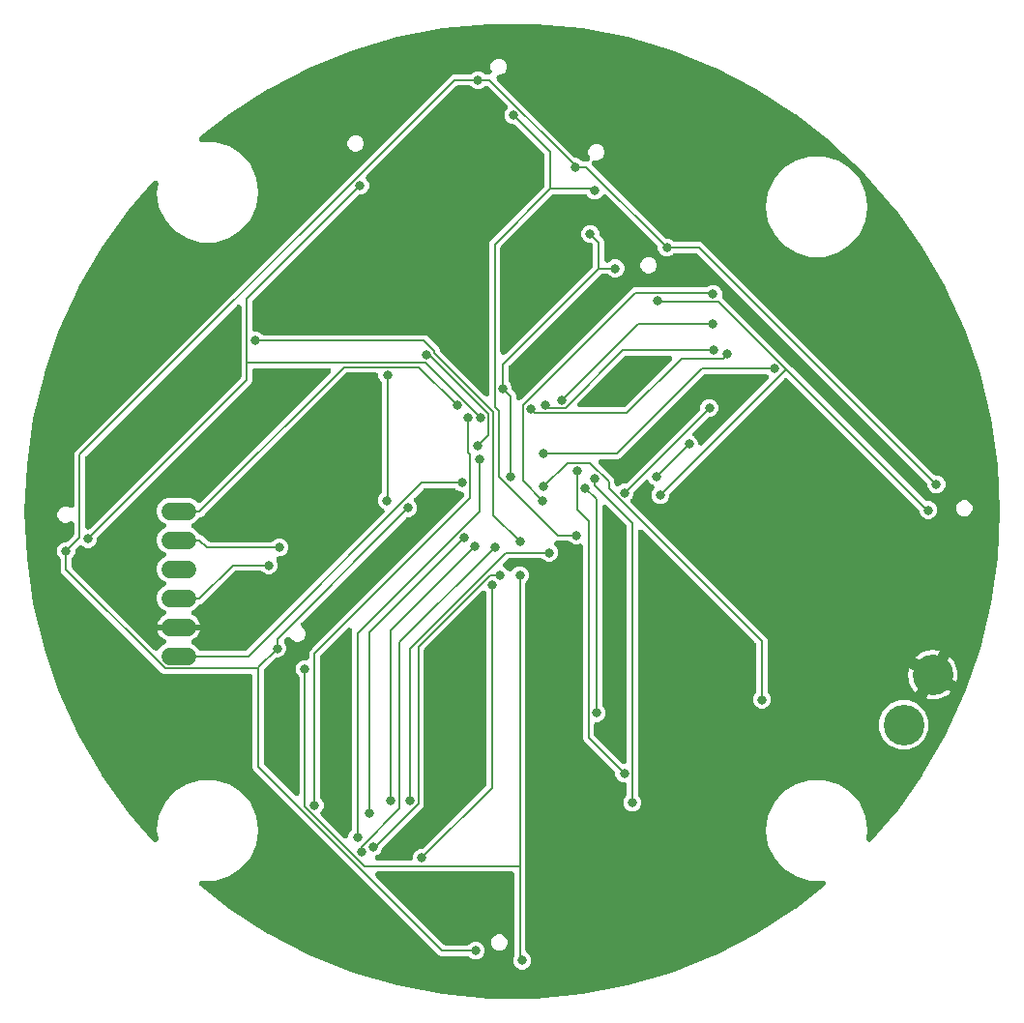
<source format=gbr>
G04 EAGLE Gerber RS-274X export*
G75*
%MOMM*%
%FSLAX34Y34*%
%LPD*%
%INBottom Copper*%
%IPPOS*%
%AMOC8*
5,1,8,0,0,1.08239X$1,22.5*%
G01*
%ADD10C,3.556000*%
%ADD11C,1.524000*%
%ADD12C,0.800100*%
%ADD13C,0.203200*%

G36*
X32969Y-426741D02*
X32969Y-426741D01*
X33149Y-426735D01*
X73381Y-422893D01*
X73441Y-422882D01*
X73620Y-422859D01*
X113305Y-415210D01*
X113364Y-415193D01*
X113539Y-415153D01*
X152317Y-403767D01*
X152374Y-403744D01*
X152398Y-403737D01*
X152406Y-403735D01*
X152409Y-403733D01*
X152546Y-403688D01*
X190066Y-388667D01*
X190120Y-388640D01*
X190285Y-388567D01*
X226208Y-370048D01*
X226259Y-370015D01*
X226417Y-369927D01*
X260416Y-348077D01*
X260464Y-348039D01*
X260613Y-347937D01*
X286082Y-327908D01*
X286122Y-327869D01*
X286168Y-327837D01*
X286286Y-327715D01*
X286410Y-327599D01*
X286443Y-327554D01*
X286482Y-327514D01*
X286577Y-327374D01*
X286678Y-327237D01*
X286703Y-327187D01*
X286734Y-327141D01*
X286803Y-326986D01*
X286878Y-326834D01*
X286894Y-326781D01*
X286916Y-326729D01*
X286956Y-326565D01*
X287004Y-326402D01*
X287010Y-326346D01*
X287023Y-326292D01*
X287033Y-326123D01*
X287051Y-325954D01*
X287047Y-325898D01*
X287050Y-325843D01*
X287031Y-325674D01*
X287019Y-325505D01*
X287005Y-325451D01*
X286998Y-325395D01*
X286949Y-325233D01*
X286907Y-325069D01*
X286884Y-325018D01*
X286868Y-324964D01*
X286791Y-324813D01*
X286721Y-324659D01*
X286689Y-324613D01*
X286664Y-324563D01*
X286561Y-324428D01*
X286465Y-324288D01*
X286425Y-324249D01*
X286392Y-324204D01*
X286267Y-324089D01*
X286147Y-323969D01*
X286102Y-323937D01*
X286061Y-323899D01*
X285917Y-323808D01*
X285778Y-323711D01*
X285728Y-323687D01*
X285681Y-323657D01*
X285524Y-323593D01*
X285370Y-323522D01*
X285316Y-323508D01*
X285264Y-323486D01*
X285098Y-323451D01*
X284934Y-323408D01*
X284879Y-323403D01*
X284824Y-323392D01*
X284512Y-323372D01*
X273078Y-323372D01*
X260945Y-319810D01*
X250308Y-312974D01*
X242028Y-303418D01*
X236775Y-291916D01*
X234975Y-279400D01*
X236775Y-266884D01*
X242028Y-255382D01*
X250308Y-245826D01*
X260945Y-238990D01*
X273078Y-235428D01*
X285722Y-235428D01*
X297855Y-238990D01*
X308492Y-245826D01*
X316772Y-255382D01*
X322025Y-266884D01*
X323825Y-279400D01*
X322779Y-286669D01*
X322770Y-286846D01*
X322754Y-287021D01*
X322758Y-287070D01*
X322755Y-287119D01*
X322777Y-287294D01*
X322792Y-287470D01*
X322805Y-287517D01*
X322811Y-287566D01*
X322863Y-287735D01*
X322909Y-287905D01*
X322930Y-287949D01*
X322944Y-287996D01*
X323025Y-288152D01*
X323101Y-288312D01*
X323129Y-288352D01*
X323152Y-288395D01*
X323259Y-288535D01*
X323361Y-288679D01*
X323396Y-288713D01*
X323426Y-288752D01*
X323557Y-288871D01*
X323683Y-288994D01*
X323723Y-289022D01*
X323760Y-289055D01*
X323909Y-289148D01*
X324055Y-289248D01*
X324100Y-289268D01*
X324141Y-289294D01*
X324305Y-289359D01*
X324466Y-289431D01*
X324514Y-289443D01*
X324559Y-289462D01*
X324732Y-289497D01*
X324903Y-289540D01*
X324952Y-289543D01*
X325000Y-289553D01*
X325176Y-289558D01*
X325352Y-289569D01*
X325401Y-289564D01*
X325450Y-289565D01*
X325624Y-289539D01*
X325800Y-289519D01*
X325847Y-289505D01*
X325895Y-289497D01*
X326062Y-289441D01*
X326231Y-289390D01*
X326275Y-289368D01*
X326321Y-289352D01*
X326476Y-289267D01*
X326633Y-289187D01*
X326672Y-289158D01*
X326715Y-289134D01*
X326852Y-289023D01*
X326993Y-288917D01*
X327036Y-288873D01*
X327064Y-288850D01*
X327106Y-288802D01*
X327212Y-288693D01*
X348446Y-264188D01*
X348482Y-264138D01*
X348596Y-263998D01*
X372039Y-231077D01*
X372070Y-231024D01*
X372169Y-230873D01*
X392377Y-195873D01*
X392403Y-195817D01*
X392488Y-195658D01*
X409277Y-158895D01*
X409297Y-158838D01*
X409366Y-158671D01*
X422585Y-120479D01*
X422600Y-120419D01*
X422653Y-120247D01*
X432181Y-80971D01*
X432190Y-80910D01*
X432227Y-80734D01*
X437978Y-40731D01*
X437982Y-40670D01*
X438001Y-40490D01*
X439924Y-121D01*
X439922Y-60D01*
X439924Y121D01*
X438001Y40490D01*
X437993Y40551D01*
X437978Y40731D01*
X432227Y80734D01*
X432213Y80794D01*
X432181Y80971D01*
X422653Y120247D01*
X422633Y120305D01*
X422585Y120479D01*
X409366Y158671D01*
X409341Y158727D01*
X409277Y158895D01*
X392488Y195658D01*
X392457Y195711D01*
X392377Y195873D01*
X372169Y230873D01*
X372134Y230924D01*
X372039Y231077D01*
X348596Y263998D01*
X348556Y264044D01*
X348446Y264188D01*
X321980Y294731D01*
X321936Y294773D01*
X321813Y294906D01*
X292564Y322796D01*
X292516Y322834D01*
X292381Y322954D01*
X260613Y347937D01*
X260561Y347970D01*
X260416Y348077D01*
X226417Y369927D01*
X226363Y369955D01*
X226208Y370048D01*
X190285Y388567D01*
X190229Y388590D01*
X190066Y388667D01*
X152546Y403688D01*
X152487Y403705D01*
X152317Y403767D01*
X113539Y415153D01*
X113479Y415165D01*
X113305Y415210D01*
X73620Y422859D01*
X73559Y422865D01*
X73381Y422893D01*
X33149Y426735D01*
X33088Y426735D01*
X32907Y426746D01*
X-7507Y426746D01*
X-7569Y426741D01*
X-7749Y426735D01*
X-47981Y422893D01*
X-48041Y422882D01*
X-48220Y422859D01*
X-87905Y415210D01*
X-87964Y415193D01*
X-88139Y415153D01*
X-126917Y403767D01*
X-126974Y403744D01*
X-127146Y403688D01*
X-164666Y388667D01*
X-164720Y388640D01*
X-164885Y388567D01*
X-200808Y370048D01*
X-200859Y370015D01*
X-201017Y369927D01*
X-235016Y348077D01*
X-235064Y348039D01*
X-235213Y347937D01*
X-260682Y327908D01*
X-260722Y327869D01*
X-260768Y327837D01*
X-260886Y327715D01*
X-261010Y327599D01*
X-261043Y327554D01*
X-261082Y327514D01*
X-261177Y327374D01*
X-261278Y327237D01*
X-261303Y327187D01*
X-261334Y327141D01*
X-261403Y326986D01*
X-261478Y326834D01*
X-261494Y326781D01*
X-261516Y326729D01*
X-261556Y326565D01*
X-261604Y326402D01*
X-261610Y326346D01*
X-261623Y326292D01*
X-261633Y326123D01*
X-261651Y325954D01*
X-261647Y325898D01*
X-261650Y325843D01*
X-261631Y325674D01*
X-261619Y325505D01*
X-261605Y325451D01*
X-261598Y325395D01*
X-261549Y325233D01*
X-261507Y325069D01*
X-261484Y325018D01*
X-261468Y324964D01*
X-261391Y324813D01*
X-261321Y324659D01*
X-261289Y324613D01*
X-261264Y324563D01*
X-261161Y324428D01*
X-261065Y324288D01*
X-261025Y324249D01*
X-260992Y324204D01*
X-260867Y324089D01*
X-260747Y323969D01*
X-260702Y323937D01*
X-260661Y323899D01*
X-260517Y323808D01*
X-260378Y323711D01*
X-260328Y323687D01*
X-260281Y323657D01*
X-260124Y323593D01*
X-259970Y323522D01*
X-259916Y323508D01*
X-259864Y323486D01*
X-259698Y323451D01*
X-259534Y323408D01*
X-259479Y323403D01*
X-259424Y323392D01*
X-259112Y323372D01*
X-247678Y323372D01*
X-235545Y319810D01*
X-224908Y312974D01*
X-216628Y303418D01*
X-211375Y291916D01*
X-209575Y279400D01*
X-211375Y266884D01*
X-216628Y255382D01*
X-224908Y245826D01*
X-235545Y238990D01*
X-247678Y235428D01*
X-260322Y235428D01*
X-272455Y238990D01*
X-283092Y245826D01*
X-291372Y255382D01*
X-296625Y266884D01*
X-298425Y279400D01*
X-297379Y286669D01*
X-297370Y286846D01*
X-297354Y287021D01*
X-297358Y287070D01*
X-297355Y287119D01*
X-297377Y287294D01*
X-297392Y287470D01*
X-297405Y287517D01*
X-297411Y287566D01*
X-297463Y287735D01*
X-297509Y287905D01*
X-297530Y287949D01*
X-297544Y287996D01*
X-297625Y288152D01*
X-297701Y288312D01*
X-297729Y288352D01*
X-297752Y288395D01*
X-297859Y288535D01*
X-297961Y288679D01*
X-297996Y288713D01*
X-298026Y288752D01*
X-298157Y288871D01*
X-298283Y288994D01*
X-298323Y289022D01*
X-298360Y289055D01*
X-298509Y289148D01*
X-298655Y289248D01*
X-298700Y289268D01*
X-298741Y289294D01*
X-298905Y289359D01*
X-299066Y289431D01*
X-299114Y289443D01*
X-299159Y289462D01*
X-299332Y289497D01*
X-299503Y289540D01*
X-299552Y289543D01*
X-299600Y289553D01*
X-299776Y289558D01*
X-299952Y289569D01*
X-300001Y289564D01*
X-300050Y289565D01*
X-300224Y289539D01*
X-300400Y289519D01*
X-300447Y289505D01*
X-300495Y289497D01*
X-300662Y289441D01*
X-300831Y289390D01*
X-300875Y289368D01*
X-300921Y289352D01*
X-301076Y289267D01*
X-301233Y289187D01*
X-301272Y289158D01*
X-301315Y289134D01*
X-301452Y289023D01*
X-301593Y288917D01*
X-301636Y288873D01*
X-301664Y288850D01*
X-301706Y288802D01*
X-301812Y288693D01*
X-323046Y264188D01*
X-323082Y264138D01*
X-323196Y263998D01*
X-346639Y231077D01*
X-346670Y231024D01*
X-346769Y230873D01*
X-366977Y195873D01*
X-367003Y195817D01*
X-367088Y195658D01*
X-383877Y158895D01*
X-383897Y158838D01*
X-383966Y158671D01*
X-397185Y120479D01*
X-397200Y120419D01*
X-397253Y120247D01*
X-406781Y80971D01*
X-406790Y80910D01*
X-406827Y80734D01*
X-412578Y40731D01*
X-412582Y40669D01*
X-412601Y40490D01*
X-414524Y121D01*
X-414522Y60D01*
X-414524Y-121D01*
X-412601Y-40490D01*
X-412593Y-40551D01*
X-412578Y-40731D01*
X-406827Y-80734D01*
X-406813Y-80794D01*
X-406781Y-80971D01*
X-397253Y-120247D01*
X-397233Y-120305D01*
X-397185Y-120479D01*
X-383966Y-158671D01*
X-383941Y-158727D01*
X-383877Y-158895D01*
X-367088Y-195658D01*
X-367057Y-195711D01*
X-366977Y-195873D01*
X-346769Y-230873D01*
X-346734Y-230924D01*
X-346639Y-231077D01*
X-323196Y-263998D01*
X-323156Y-264044D01*
X-323046Y-264188D01*
X-301812Y-288693D01*
X-301685Y-288816D01*
X-301563Y-288943D01*
X-301523Y-288972D01*
X-301488Y-289006D01*
X-301342Y-289104D01*
X-301199Y-289208D01*
X-301155Y-289230D01*
X-301114Y-289257D01*
X-300953Y-289328D01*
X-300794Y-289405D01*
X-300746Y-289418D01*
X-300702Y-289438D01*
X-300530Y-289479D01*
X-300360Y-289526D01*
X-300311Y-289531D01*
X-300264Y-289543D01*
X-300088Y-289553D01*
X-299912Y-289570D01*
X-299863Y-289566D01*
X-299814Y-289569D01*
X-299639Y-289548D01*
X-299463Y-289533D01*
X-299416Y-289521D01*
X-299367Y-289515D01*
X-299198Y-289463D01*
X-299028Y-289418D01*
X-298984Y-289397D01*
X-298937Y-289383D01*
X-298779Y-289302D01*
X-298620Y-289228D01*
X-298580Y-289200D01*
X-298536Y-289177D01*
X-298396Y-289070D01*
X-298252Y-288968D01*
X-298217Y-288933D01*
X-298178Y-288904D01*
X-298059Y-288774D01*
X-297935Y-288648D01*
X-297908Y-288608D01*
X-297875Y-288571D01*
X-297780Y-288422D01*
X-297680Y-288277D01*
X-297660Y-288232D01*
X-297634Y-288191D01*
X-297568Y-288027D01*
X-297495Y-287867D01*
X-297483Y-287819D01*
X-297465Y-287774D01*
X-297428Y-287601D01*
X-297385Y-287430D01*
X-297382Y-287381D01*
X-297372Y-287333D01*
X-297366Y-287157D01*
X-297354Y-286981D01*
X-297359Y-286920D01*
X-297358Y-286883D01*
X-297367Y-286821D01*
X-297379Y-286669D01*
X-298425Y-279400D01*
X-296625Y-266884D01*
X-291372Y-255382D01*
X-283092Y-245826D01*
X-272455Y-238990D01*
X-260322Y-235428D01*
X-247678Y-235428D01*
X-235545Y-238990D01*
X-224908Y-245826D01*
X-216628Y-255382D01*
X-211375Y-266884D01*
X-209575Y-279400D01*
X-211375Y-291916D01*
X-216628Y-303418D01*
X-224908Y-312974D01*
X-235545Y-319810D01*
X-247678Y-323372D01*
X-259112Y-323372D01*
X-259168Y-323377D01*
X-259223Y-323375D01*
X-259391Y-323397D01*
X-259561Y-323412D01*
X-259615Y-323427D01*
X-259670Y-323434D01*
X-259831Y-323486D01*
X-259995Y-323531D01*
X-260045Y-323555D01*
X-260098Y-323572D01*
X-260249Y-323651D01*
X-260402Y-323724D01*
X-260447Y-323757D01*
X-260496Y-323783D01*
X-260630Y-323888D01*
X-260768Y-323986D01*
X-260807Y-324026D01*
X-260851Y-324061D01*
X-260963Y-324187D01*
X-261082Y-324309D01*
X-261113Y-324355D01*
X-261150Y-324397D01*
X-261239Y-324541D01*
X-261334Y-324682D01*
X-261356Y-324733D01*
X-261386Y-324781D01*
X-261447Y-324939D01*
X-261516Y-325094D01*
X-261529Y-325148D01*
X-261550Y-325200D01*
X-261583Y-325366D01*
X-261623Y-325531D01*
X-261626Y-325587D01*
X-261637Y-325642D01*
X-261640Y-325811D01*
X-261650Y-325981D01*
X-261644Y-326036D01*
X-261645Y-326092D01*
X-261618Y-326259D01*
X-261598Y-326428D01*
X-261582Y-326482D01*
X-261573Y-326536D01*
X-261517Y-326696D01*
X-261468Y-326859D01*
X-261443Y-326909D01*
X-261424Y-326961D01*
X-261341Y-327109D01*
X-261264Y-327260D01*
X-261230Y-327305D01*
X-261203Y-327353D01*
X-261094Y-327484D01*
X-260992Y-327619D01*
X-260951Y-327657D01*
X-260915Y-327700D01*
X-260682Y-327908D01*
X-235213Y-347937D01*
X-235161Y-347970D01*
X-235016Y-348077D01*
X-201017Y-369927D01*
X-200963Y-369955D01*
X-200808Y-370048D01*
X-164885Y-388567D01*
X-164829Y-388590D01*
X-164666Y-388667D01*
X-127146Y-403688D01*
X-127087Y-403705D01*
X-126917Y-403767D01*
X-88139Y-415153D01*
X-88079Y-415165D01*
X-87905Y-415210D01*
X-48220Y-422859D01*
X-48159Y-422865D01*
X-47981Y-422893D01*
X-7749Y-426735D01*
X-7688Y-426735D01*
X-7507Y-426746D01*
X32907Y-426746D01*
X32969Y-426741D01*
G37*
%LPC*%
G36*
X19865Y-401130D02*
X19865Y-401130D01*
X16994Y-399941D01*
X14797Y-397744D01*
X13608Y-394873D01*
X13608Y-391765D01*
X14330Y-390021D01*
X14365Y-389909D01*
X14410Y-389801D01*
X14433Y-389695D01*
X14465Y-389591D01*
X14480Y-389475D01*
X14504Y-389361D01*
X14514Y-389207D01*
X14522Y-389144D01*
X14520Y-389108D01*
X14524Y-389049D01*
X14524Y-318047D01*
X14521Y-318012D01*
X14523Y-317978D01*
X14501Y-317789D01*
X14484Y-317598D01*
X14475Y-317565D01*
X14471Y-317531D01*
X14415Y-317348D01*
X14365Y-317164D01*
X14350Y-317133D01*
X14340Y-317100D01*
X14253Y-316929D01*
X14172Y-316757D01*
X14152Y-316729D01*
X14136Y-316698D01*
X14021Y-316546D01*
X13910Y-316391D01*
X13885Y-316367D01*
X13864Y-316340D01*
X13724Y-316211D01*
X13587Y-316077D01*
X13558Y-316058D01*
X13533Y-316034D01*
X13372Y-315932D01*
X13214Y-315825D01*
X13182Y-315811D01*
X13153Y-315793D01*
X12977Y-315720D01*
X12802Y-315643D01*
X12769Y-315635D01*
X12737Y-315622D01*
X12550Y-315582D01*
X12365Y-315536D01*
X12330Y-315534D01*
X12296Y-315527D01*
X11984Y-315508D01*
X-105031Y-315508D01*
X-105160Y-315519D01*
X-105290Y-315521D01*
X-105384Y-315539D01*
X-105479Y-315548D01*
X-105605Y-315582D01*
X-105732Y-315607D01*
X-105822Y-315641D01*
X-105914Y-315666D01*
X-106031Y-315722D01*
X-106152Y-315769D01*
X-106234Y-315819D01*
X-106320Y-315860D01*
X-106426Y-315935D01*
X-106537Y-316003D01*
X-106609Y-316066D01*
X-106686Y-316122D01*
X-106777Y-316215D01*
X-106875Y-316301D01*
X-106934Y-316376D01*
X-107000Y-316444D01*
X-107073Y-316552D01*
X-107154Y-316654D01*
X-107199Y-316738D01*
X-107253Y-316817D01*
X-107305Y-316936D01*
X-107367Y-317051D01*
X-107396Y-317142D01*
X-107435Y-317229D01*
X-107466Y-317356D01*
X-107506Y-317479D01*
X-107519Y-317574D01*
X-107541Y-317667D01*
X-107549Y-317796D01*
X-107567Y-317925D01*
X-107563Y-318021D01*
X-107569Y-318116D01*
X-107554Y-318245D01*
X-107549Y-318375D01*
X-107528Y-318468D01*
X-107517Y-318563D01*
X-107479Y-318688D01*
X-107451Y-318815D01*
X-107414Y-318903D01*
X-107387Y-318994D01*
X-107328Y-319110D01*
X-107278Y-319230D01*
X-107226Y-319311D01*
X-107182Y-319396D01*
X-107104Y-319499D01*
X-107033Y-319608D01*
X-106947Y-319706D01*
X-106910Y-319754D01*
X-106878Y-319785D01*
X-106826Y-319843D01*
X-47444Y-379224D01*
X-47318Y-379330D01*
X-47197Y-379441D01*
X-47146Y-379474D01*
X-47099Y-379513D01*
X-46956Y-379595D01*
X-46818Y-379683D01*
X-46761Y-379706D01*
X-46708Y-379737D01*
X-46553Y-379792D01*
X-46401Y-379854D01*
X-46341Y-379867D01*
X-46284Y-379888D01*
X-46121Y-379914D01*
X-45961Y-379949D01*
X-45884Y-379954D01*
X-45840Y-379961D01*
X-45779Y-379960D01*
X-45649Y-379968D01*
X-26755Y-379968D01*
X-26591Y-379954D01*
X-26427Y-379947D01*
X-26367Y-379934D01*
X-26307Y-379928D01*
X-26148Y-379885D01*
X-25987Y-379849D01*
X-25931Y-379826D01*
X-25872Y-379810D01*
X-25724Y-379739D01*
X-25572Y-379676D01*
X-25521Y-379642D01*
X-25466Y-379616D01*
X-25332Y-379521D01*
X-25194Y-379431D01*
X-25136Y-379380D01*
X-25100Y-379354D01*
X-25057Y-379311D01*
X-24960Y-379224D01*
X-23908Y-378173D01*
X-21037Y-376984D01*
X-17930Y-376984D01*
X-15059Y-378173D01*
X-12861Y-380370D01*
X-11672Y-383241D01*
X-11672Y-386349D01*
X-12861Y-389220D01*
X-15059Y-391417D01*
X-17930Y-392606D01*
X-21037Y-392606D01*
X-23908Y-391417D01*
X-24960Y-390365D01*
X-25086Y-390260D01*
X-25207Y-390148D01*
X-25258Y-390116D01*
X-25305Y-390076D01*
X-25448Y-389995D01*
X-25586Y-389907D01*
X-25643Y-389883D01*
X-25696Y-389853D01*
X-25851Y-389798D01*
X-26003Y-389736D01*
X-26063Y-389723D01*
X-26120Y-389702D01*
X-26283Y-389675D01*
X-26443Y-389641D01*
X-26520Y-389636D01*
X-26564Y-389629D01*
X-26626Y-389630D01*
X-26755Y-389622D01*
X-49660Y-389622D01*
X-51434Y-388887D01*
X-213984Y-226337D01*
X-214719Y-224563D01*
X-214719Y-145050D01*
X-214722Y-145015D01*
X-214720Y-144981D01*
X-214742Y-144792D01*
X-214759Y-144601D01*
X-214768Y-144568D01*
X-214772Y-144534D01*
X-214827Y-144351D01*
X-214877Y-144167D01*
X-214892Y-144136D01*
X-214902Y-144103D01*
X-214989Y-143932D01*
X-215070Y-143760D01*
X-215091Y-143732D01*
X-215106Y-143701D01*
X-215222Y-143549D01*
X-215333Y-143394D01*
X-215357Y-143370D01*
X-215378Y-143343D01*
X-215518Y-143214D01*
X-215655Y-143080D01*
X-215684Y-143061D01*
X-215709Y-143037D01*
X-215870Y-142935D01*
X-216028Y-142828D01*
X-216060Y-142814D01*
X-216089Y-142796D01*
X-216266Y-142723D01*
X-216440Y-142646D01*
X-216474Y-142638D01*
X-216506Y-142625D01*
X-216692Y-142585D01*
X-216878Y-142539D01*
X-216912Y-142537D01*
X-216946Y-142530D01*
X-217258Y-142511D01*
X-292424Y-142511D01*
X-294198Y-141776D01*
X-295207Y-140766D01*
X-295913Y-140061D01*
X-381156Y-54818D01*
X-382165Y-53809D01*
X-382900Y-52035D01*
X-382900Y-41983D01*
X-382914Y-41820D01*
X-382921Y-41655D01*
X-382934Y-41596D01*
X-382940Y-41535D01*
X-382983Y-41376D01*
X-383019Y-41216D01*
X-383042Y-41159D01*
X-383058Y-41100D01*
X-383129Y-40952D01*
X-383192Y-40800D01*
X-383226Y-40749D01*
X-383252Y-40694D01*
X-383347Y-40560D01*
X-383437Y-40422D01*
X-383488Y-40364D01*
X-383514Y-40328D01*
X-383557Y-40285D01*
X-383644Y-40188D01*
X-384695Y-39136D01*
X-385884Y-36265D01*
X-385884Y-33158D01*
X-384695Y-30287D01*
X-382498Y-28089D01*
X-379627Y-26900D01*
X-378140Y-26900D01*
X-377976Y-26886D01*
X-377812Y-26879D01*
X-377752Y-26866D01*
X-377691Y-26860D01*
X-377532Y-26817D01*
X-377372Y-26781D01*
X-377316Y-26758D01*
X-377257Y-26742D01*
X-377108Y-26671D01*
X-376957Y-26608D01*
X-376905Y-26575D01*
X-376850Y-26548D01*
X-376717Y-26453D01*
X-376578Y-26363D01*
X-376521Y-26312D01*
X-376484Y-26286D01*
X-376441Y-26243D01*
X-376344Y-26157D01*
X-371618Y-21430D01*
X-371512Y-21304D01*
X-371401Y-21183D01*
X-371368Y-21132D01*
X-371329Y-21085D01*
X-371247Y-20942D01*
X-371159Y-20803D01*
X-371136Y-20747D01*
X-371106Y-20694D01*
X-371050Y-20539D01*
X-370988Y-20387D01*
X-370975Y-20327D01*
X-370955Y-20270D01*
X-370928Y-20107D01*
X-370893Y-19947D01*
X-370889Y-19870D01*
X-370881Y-19825D01*
X-370882Y-19764D01*
X-370874Y-19635D01*
X-370874Y-11331D01*
X-370881Y-11248D01*
X-370879Y-11166D01*
X-370901Y-11025D01*
X-370914Y-10882D01*
X-370936Y-10802D01*
X-370948Y-10721D01*
X-370995Y-10586D01*
X-371032Y-10448D01*
X-371068Y-10373D01*
X-371095Y-10295D01*
X-371165Y-10170D01*
X-371226Y-10041D01*
X-371274Y-9974D01*
X-371314Y-9902D01*
X-371405Y-9791D01*
X-371488Y-9675D01*
X-371547Y-9618D01*
X-371599Y-9554D01*
X-371708Y-9461D01*
X-371811Y-9361D01*
X-371879Y-9315D01*
X-371942Y-9261D01*
X-372065Y-9189D01*
X-372184Y-9109D01*
X-372259Y-9076D01*
X-372330Y-9034D01*
X-372465Y-8984D01*
X-372596Y-8927D01*
X-372676Y-8907D01*
X-372753Y-8879D01*
X-372894Y-8854D01*
X-373033Y-8820D01*
X-373115Y-8815D01*
X-373196Y-8801D01*
X-373340Y-8801D01*
X-373482Y-8792D01*
X-373564Y-8802D01*
X-373647Y-8802D01*
X-373787Y-8828D01*
X-373930Y-8844D01*
X-374009Y-8868D01*
X-374090Y-8883D01*
X-374323Y-8963D01*
X-374361Y-8975D01*
X-374370Y-8979D01*
X-374385Y-8985D01*
X-377056Y-10091D01*
X-379864Y-10091D01*
X-382460Y-9016D01*
X-384446Y-7030D01*
X-385521Y-4434D01*
X-385521Y-1626D01*
X-384446Y970D01*
X-382460Y2956D01*
X-379864Y4031D01*
X-377056Y4031D01*
X-374385Y2925D01*
X-374306Y2900D01*
X-374231Y2867D01*
X-374092Y2833D01*
X-373955Y2790D01*
X-373874Y2779D01*
X-373794Y2760D01*
X-373651Y2751D01*
X-373509Y2733D01*
X-373426Y2737D01*
X-373344Y2732D01*
X-373202Y2749D01*
X-373059Y2756D01*
X-372979Y2775D01*
X-372897Y2784D01*
X-372760Y2826D01*
X-372621Y2858D01*
X-372545Y2891D01*
X-372466Y2915D01*
X-372338Y2980D01*
X-372207Y3036D01*
X-372138Y3082D01*
X-372065Y3119D01*
X-371951Y3205D01*
X-371831Y3284D01*
X-371772Y3341D01*
X-371706Y3391D01*
X-371609Y3496D01*
X-371505Y3595D01*
X-371457Y3661D01*
X-371401Y3722D01*
X-371324Y3843D01*
X-371239Y3958D01*
X-371203Y4032D01*
X-371159Y4102D01*
X-371105Y4234D01*
X-371042Y4363D01*
X-371019Y4442D01*
X-370988Y4518D01*
X-370958Y4658D01*
X-370919Y4796D01*
X-370911Y4878D01*
X-370893Y4959D01*
X-370878Y5205D01*
X-370874Y5244D01*
X-370875Y5255D01*
X-370874Y5271D01*
X-370874Y50612D01*
X-370139Y52386D01*
X-40836Y381689D01*
X-39062Y382424D01*
X-24543Y382424D01*
X-24379Y382439D01*
X-24214Y382445D01*
X-24155Y382459D01*
X-24094Y382464D01*
X-23935Y382507D01*
X-23775Y382543D01*
X-23719Y382566D01*
X-23660Y382582D01*
X-23511Y382653D01*
X-23359Y382717D01*
X-23308Y382750D01*
X-23253Y382776D01*
X-23120Y382871D01*
X-22981Y382961D01*
X-22923Y383012D01*
X-22887Y383038D01*
X-22844Y383082D01*
X-22747Y383168D01*
X-21696Y384219D01*
X-18825Y385409D01*
X-15717Y385409D01*
X-12846Y384219D01*
X-11795Y383168D01*
X-11668Y383062D01*
X-11547Y382951D01*
X-11496Y382918D01*
X-11449Y382879D01*
X-11307Y382797D01*
X-11168Y382709D01*
X-11111Y382686D01*
X-11058Y382656D01*
X-10903Y382600D01*
X-10751Y382538D01*
X-10692Y382525D01*
X-10634Y382505D01*
X-10472Y382478D01*
X-10311Y382443D01*
X-10234Y382439D01*
X-10190Y382431D01*
X-10129Y382432D01*
X-9999Y382424D01*
X-7833Y382424D01*
X-7750Y382431D01*
X-7668Y382429D01*
X-7527Y382451D01*
X-7384Y382464D01*
X-7304Y382486D01*
X-7223Y382498D01*
X-7088Y382545D01*
X-6950Y382582D01*
X-6875Y382618D01*
X-6797Y382645D01*
X-6672Y382714D01*
X-6543Y382776D01*
X-6476Y382824D01*
X-6404Y382864D01*
X-6293Y382955D01*
X-6177Y383038D01*
X-6120Y383097D01*
X-6056Y383149D01*
X-5963Y383258D01*
X-5863Y383361D01*
X-5817Y383429D01*
X-5763Y383492D01*
X-5691Y383615D01*
X-5611Y383734D01*
X-5578Y383809D01*
X-5536Y383880D01*
X-5487Y384015D01*
X-5429Y384146D01*
X-5409Y384226D01*
X-5381Y384303D01*
X-5356Y384444D01*
X-5322Y384583D01*
X-5317Y384665D01*
X-5303Y384746D01*
X-5303Y384890D01*
X-5294Y385032D01*
X-5304Y385114D01*
X-5304Y385197D01*
X-5330Y385337D01*
X-5346Y385480D01*
X-5370Y385559D01*
X-5385Y385640D01*
X-5465Y385873D01*
X-5477Y385911D01*
X-5481Y385920D01*
X-5487Y385935D01*
X-6241Y387756D01*
X-6241Y390564D01*
X-5166Y393160D01*
X-3180Y395146D01*
X-584Y396221D01*
X2224Y396221D01*
X4820Y395146D01*
X6806Y393160D01*
X7881Y390564D01*
X7881Y387756D01*
X6806Y385160D01*
X4820Y383174D01*
X2224Y382099D01*
X1281Y382099D01*
X1152Y382088D01*
X1022Y382086D01*
X928Y382068D01*
X833Y382059D01*
X707Y382025D01*
X579Y382000D01*
X490Y381966D01*
X398Y381941D01*
X281Y381885D01*
X159Y381838D01*
X78Y381788D01*
X-8Y381747D01*
X-114Y381672D01*
X-225Y381604D01*
X-297Y381541D01*
X-375Y381485D01*
X-465Y381392D01*
X-563Y381306D01*
X-622Y381231D01*
X-689Y381163D01*
X-762Y381055D01*
X-842Y380953D01*
X-887Y380869D01*
X-941Y380790D01*
X-993Y380671D01*
X-1055Y380556D01*
X-1084Y380465D01*
X-1123Y380378D01*
X-1154Y380251D01*
X-1194Y380128D01*
X-1207Y380033D01*
X-1230Y379940D01*
X-1238Y379811D01*
X-1255Y379682D01*
X-1251Y379586D01*
X-1257Y379491D01*
X-1242Y379362D01*
X-1237Y379232D01*
X-1216Y379139D01*
X-1205Y379044D01*
X-1168Y378919D01*
X-1139Y378792D01*
X-1103Y378704D01*
X-1075Y378613D01*
X-1016Y378497D01*
X-966Y378377D01*
X-914Y378296D01*
X-871Y378211D01*
X-792Y378108D01*
X-721Y377999D01*
X-635Y377901D01*
X-599Y377853D01*
X-566Y377822D01*
X-515Y377764D01*
X67178Y310072D01*
X67304Y309967D01*
X67425Y309855D01*
X67476Y309823D01*
X67523Y309784D01*
X67666Y309702D01*
X67804Y309614D01*
X67861Y309590D01*
X67914Y309560D01*
X68069Y309505D01*
X68221Y309443D01*
X68281Y309430D01*
X68338Y309409D01*
X68501Y309383D01*
X68661Y309348D01*
X68738Y309343D01*
X68782Y309336D01*
X68843Y309337D01*
X68973Y309329D01*
X69032Y309329D01*
X71903Y308140D01*
X72955Y307088D01*
X73081Y306982D01*
X73202Y306871D01*
X73253Y306838D01*
X73300Y306799D01*
X73443Y306718D01*
X73581Y306629D01*
X73638Y306606D01*
X73691Y306576D01*
X73846Y306521D01*
X73998Y306458D01*
X74058Y306445D01*
X74115Y306425D01*
X74278Y306398D01*
X74438Y306363D01*
X74515Y306359D01*
X74559Y306351D01*
X74621Y306352D01*
X74750Y306344D01*
X78370Y306344D01*
X78500Y306356D01*
X78630Y306358D01*
X78724Y306376D01*
X78819Y306384D01*
X78944Y306418D01*
X79072Y306443D01*
X79161Y306478D01*
X79253Y306503D01*
X79370Y306559D01*
X79492Y306605D01*
X79574Y306655D01*
X79660Y306696D01*
X79765Y306772D01*
X79877Y306839D01*
X79948Y306903D01*
X80026Y306958D01*
X80117Y307052D01*
X80214Y307138D01*
X80273Y307212D01*
X80340Y307281D01*
X80413Y307389D01*
X80493Y307491D01*
X80538Y307575D01*
X80592Y307654D01*
X80645Y307773D01*
X80706Y307888D01*
X80735Y307978D01*
X80774Y308066D01*
X80805Y308192D01*
X80845Y308316D01*
X80858Y308410D01*
X80881Y308503D01*
X80889Y308633D01*
X80906Y308762D01*
X80903Y308857D01*
X80908Y308953D01*
X80893Y309082D01*
X80888Y309212D01*
X80867Y309305D01*
X80856Y309400D01*
X80819Y309524D01*
X80790Y309651D01*
X80754Y309739D01*
X80726Y309831D01*
X80667Y309947D01*
X80617Y310067D01*
X80565Y310147D01*
X80522Y310232D01*
X80443Y310336D01*
X80407Y310392D01*
X79299Y313066D01*
X79299Y315874D01*
X80374Y318470D01*
X82360Y320456D01*
X84956Y321531D01*
X87764Y321531D01*
X90360Y320456D01*
X92346Y318470D01*
X93421Y315874D01*
X93421Y313066D01*
X92346Y310470D01*
X90360Y308484D01*
X87764Y307409D01*
X84515Y307409D01*
X84386Y307398D01*
X84255Y307396D01*
X84162Y307378D01*
X84066Y307369D01*
X83941Y307335D01*
X83813Y307310D01*
X83724Y307276D01*
X83632Y307251D01*
X83515Y307195D01*
X83393Y307148D01*
X83312Y307098D01*
X83225Y307057D01*
X83120Y306982D01*
X83009Y306914D01*
X82937Y306851D01*
X82859Y306795D01*
X82769Y306702D01*
X82671Y306616D01*
X82612Y306541D01*
X82545Y306473D01*
X82472Y306365D01*
X82392Y306263D01*
X82347Y306179D01*
X82293Y306100D01*
X82241Y305981D01*
X82179Y305866D01*
X82150Y305775D01*
X82111Y305688D01*
X82080Y305561D01*
X82040Y305438D01*
X82027Y305343D01*
X82004Y305250D01*
X81996Y305121D01*
X81979Y304992D01*
X81983Y304896D01*
X81977Y304801D01*
X81992Y304672D01*
X81997Y304542D01*
X82018Y304449D01*
X82029Y304354D01*
X82066Y304229D01*
X82095Y304102D01*
X82131Y304014D01*
X82159Y303923D01*
X82218Y303807D01*
X82268Y303687D01*
X82320Y303606D01*
X82363Y303521D01*
X82442Y303418D01*
X82512Y303309D01*
X82599Y303211D01*
X82635Y303163D01*
X82668Y303132D01*
X82719Y303074D01*
X146265Y239529D01*
X146391Y239423D01*
X146512Y239312D01*
X146563Y239279D01*
X146610Y239240D01*
X146753Y239159D01*
X146892Y239070D01*
X146948Y239047D01*
X147001Y239017D01*
X147156Y238962D01*
X147308Y238899D01*
X147368Y238886D01*
X147425Y238866D01*
X147588Y238839D01*
X147749Y238805D01*
X147825Y238800D01*
X147870Y238792D01*
X147931Y238793D01*
X148060Y238785D01*
X149548Y238785D01*
X152418Y237596D01*
X153470Y236545D01*
X153596Y236439D01*
X153717Y236328D01*
X153769Y236295D01*
X153815Y236256D01*
X153958Y236174D01*
X154097Y236086D01*
X154154Y236063D01*
X154206Y236032D01*
X154361Y235977D01*
X154514Y235915D01*
X154573Y235902D01*
X154631Y235881D01*
X154793Y235855D01*
X154954Y235820D01*
X155031Y235815D01*
X155075Y235808D01*
X155136Y235809D01*
X155266Y235801D01*
X177263Y235801D01*
X179037Y235066D01*
X382229Y31874D01*
X382355Y31768D01*
X382476Y31657D01*
X382527Y31624D01*
X382574Y31585D01*
X382717Y31504D01*
X382855Y31415D01*
X382912Y31392D01*
X382965Y31362D01*
X383120Y31307D01*
X383272Y31244D01*
X383332Y31231D01*
X383389Y31211D01*
X383551Y31184D01*
X383712Y31149D01*
X383789Y31145D01*
X383833Y31137D01*
X383894Y31138D01*
X384024Y31130D01*
X385511Y31130D01*
X388382Y29941D01*
X390580Y27744D01*
X391769Y24873D01*
X391769Y21765D01*
X390580Y18894D01*
X388382Y16697D01*
X385511Y15508D01*
X382404Y15508D01*
X379533Y16697D01*
X377335Y18894D01*
X376146Y21765D01*
X376146Y23252D01*
X376132Y23416D01*
X376125Y23581D01*
X376112Y23640D01*
X376106Y23701D01*
X376063Y23860D01*
X376027Y24020D01*
X376004Y24076D01*
X375988Y24135D01*
X375917Y24283D01*
X375854Y24436D01*
X375821Y24487D01*
X375794Y24542D01*
X375699Y24675D01*
X375609Y24814D01*
X375558Y24872D01*
X375532Y24908D01*
X375489Y24951D01*
X375403Y25048D01*
X175047Y225404D01*
X174921Y225509D01*
X174800Y225621D01*
X174748Y225653D01*
X174701Y225693D01*
X174559Y225774D01*
X174420Y225862D01*
X174363Y225886D01*
X174310Y225916D01*
X174156Y225971D01*
X174003Y226033D01*
X173944Y226046D01*
X173886Y226067D01*
X173724Y226094D01*
X173563Y226128D01*
X173486Y226133D01*
X173442Y226140D01*
X173381Y226139D01*
X173251Y226147D01*
X155266Y226147D01*
X155102Y226133D01*
X154938Y226126D01*
X154878Y226113D01*
X154817Y226107D01*
X154658Y226064D01*
X154498Y226029D01*
X154442Y226005D01*
X154383Y225989D01*
X154235Y225918D01*
X154082Y225855D01*
X154031Y225822D01*
X153976Y225796D01*
X153843Y225700D01*
X153704Y225611D01*
X153646Y225560D01*
X153610Y225533D01*
X153568Y225490D01*
X153470Y225404D01*
X152418Y224352D01*
X149548Y223163D01*
X146440Y223163D01*
X143569Y224352D01*
X141372Y226549D01*
X140183Y229420D01*
X140183Y230907D01*
X140168Y231071D01*
X140161Y231236D01*
X140148Y231295D01*
X140143Y231356D01*
X140099Y231515D01*
X140064Y231675D01*
X140040Y231732D01*
X140024Y231790D01*
X139954Y231938D01*
X139890Y232091D01*
X139857Y232142D01*
X139831Y232197D01*
X139790Y232254D01*
X139783Y232268D01*
X139733Y232334D01*
X139646Y232469D01*
X139595Y232527D01*
X139569Y232563D01*
X139533Y232598D01*
X139511Y232627D01*
X139486Y232650D01*
X139439Y232703D01*
X95400Y276741D01*
X95374Y276764D01*
X95351Y276790D01*
X95201Y276908D01*
X95055Y277030D01*
X95025Y277048D01*
X94998Y277069D01*
X94829Y277159D01*
X94664Y277254D01*
X94632Y277265D01*
X94601Y277282D01*
X94420Y277341D01*
X94240Y277405D01*
X94206Y277410D01*
X94173Y277421D01*
X93984Y277447D01*
X93796Y277478D01*
X93761Y277478D01*
X93727Y277482D01*
X93536Y277474D01*
X93345Y277472D01*
X93311Y277465D01*
X93277Y277464D01*
X93091Y277423D01*
X92903Y277386D01*
X92871Y277374D01*
X92837Y277366D01*
X92662Y277293D01*
X92483Y277224D01*
X92454Y277206D01*
X92422Y277193D01*
X92262Y277089D01*
X92099Y276990D01*
X92073Y276967D01*
X92044Y276948D01*
X91809Y276741D01*
X89410Y274342D01*
X86539Y273152D01*
X83431Y273152D01*
X80560Y274342D01*
X78161Y276741D01*
X78035Y276846D01*
X77914Y276958D01*
X77863Y276990D01*
X77816Y277029D01*
X77673Y277111D01*
X77534Y277199D01*
X77478Y277223D01*
X77425Y277253D01*
X77270Y277308D01*
X77118Y277370D01*
X77058Y277383D01*
X77001Y277404D01*
X76839Y277430D01*
X76678Y277465D01*
X76600Y277470D01*
X76557Y277477D01*
X76496Y277476D01*
X76366Y277484D01*
X48960Y277484D01*
X48796Y277470D01*
X48632Y277463D01*
X48572Y277450D01*
X48511Y277444D01*
X48352Y277401D01*
X48192Y277365D01*
X48136Y277342D01*
X48077Y277326D01*
X47929Y277255D01*
X47777Y277192D01*
X47725Y277159D01*
X47670Y277132D01*
X47537Y277037D01*
X47398Y276947D01*
X47341Y276896D01*
X47304Y276870D01*
X47262Y276827D01*
X47164Y276741D01*
X2998Y232575D01*
X2892Y232448D01*
X2781Y232327D01*
X2748Y232276D01*
X2709Y232229D01*
X2628Y232086D01*
X2539Y231948D01*
X2516Y231891D01*
X2486Y231838D01*
X2431Y231683D01*
X2368Y231531D01*
X2356Y231471D01*
X2335Y231414D01*
X2308Y231252D01*
X2274Y231091D01*
X2269Y231014D01*
X2262Y230970D01*
X2262Y230909D01*
X2254Y230779D01*
X2254Y139585D01*
X2266Y139455D01*
X2268Y139325D01*
X2286Y139231D01*
X2294Y139136D01*
X2329Y139011D01*
X2353Y138883D01*
X2388Y138794D01*
X2413Y138702D01*
X2469Y138585D01*
X2516Y138463D01*
X2565Y138381D01*
X2606Y138295D01*
X2682Y138190D01*
X2749Y138078D01*
X2813Y138007D01*
X2868Y137929D01*
X2962Y137838D01*
X3048Y137741D01*
X3122Y137682D01*
X3191Y137615D01*
X3299Y137542D01*
X3401Y137462D01*
X3485Y137416D01*
X3564Y137363D01*
X3683Y137310D01*
X3798Y137249D01*
X3888Y137219D01*
X3976Y137181D01*
X4102Y137150D01*
X4226Y137110D01*
X4320Y137097D01*
X4413Y137074D01*
X4543Y137066D01*
X4672Y137048D01*
X4768Y137052D01*
X4863Y137046D01*
X4992Y137061D01*
X5122Y137067D01*
X5215Y137087D01*
X5310Y137098D01*
X5435Y137136D01*
X5561Y137164D01*
X5649Y137201D01*
X5741Y137229D01*
X5857Y137288D01*
X5977Y137338D01*
X6057Y137390D01*
X6142Y137433D01*
X6246Y137512D01*
X6355Y137582D01*
X6453Y137668D01*
X6501Y137705D01*
X6531Y137738D01*
X6589Y137789D01*
X82783Y213982D01*
X82888Y214109D01*
X83000Y214230D01*
X83032Y214281D01*
X83071Y214328D01*
X83153Y214471D01*
X83241Y214609D01*
X83265Y214666D01*
X83295Y214719D01*
X83350Y214874D01*
X83412Y215026D01*
X83425Y215086D01*
X83446Y215143D01*
X83472Y215305D01*
X83507Y215466D01*
X83512Y215543D01*
X83519Y215587D01*
X83518Y215648D01*
X83526Y215778D01*
X83526Y232328D01*
X83512Y232492D01*
X83505Y232656D01*
X83492Y232716D01*
X83486Y232777D01*
X83443Y232936D01*
X83408Y233096D01*
X83384Y233152D01*
X83368Y233211D01*
X83297Y233360D01*
X83234Y233511D01*
X83201Y233563D01*
X83174Y233618D01*
X83079Y233752D01*
X82990Y233890D01*
X82938Y233948D01*
X82912Y233984D01*
X82869Y234027D01*
X82783Y234124D01*
X82655Y234252D01*
X82528Y234357D01*
X82408Y234469D01*
X82356Y234502D01*
X82310Y234541D01*
X82167Y234622D01*
X82028Y234711D01*
X81971Y234734D01*
X81919Y234764D01*
X81764Y234819D01*
X81611Y234882D01*
X81552Y234895D01*
X81494Y234915D01*
X81332Y234942D01*
X81171Y234976D01*
X81094Y234981D01*
X81050Y234988D01*
X80989Y234988D01*
X80859Y234996D01*
X79372Y234996D01*
X76501Y236185D01*
X74304Y238382D01*
X73114Y241253D01*
X73114Y244361D01*
X74304Y247232D01*
X76501Y249429D01*
X79372Y250618D01*
X82479Y250618D01*
X85350Y249429D01*
X87548Y247232D01*
X88737Y244361D01*
X88737Y242873D01*
X88751Y242710D01*
X88758Y242545D01*
X88771Y242486D01*
X88777Y242425D01*
X88820Y242266D01*
X88856Y242106D01*
X88879Y242049D01*
X88895Y241991D01*
X88966Y241842D01*
X89029Y241690D01*
X89063Y241639D01*
X89089Y241584D01*
X89184Y241450D01*
X89274Y241312D01*
X89325Y241254D01*
X89351Y241218D01*
X89395Y241175D01*
X89481Y241078D01*
X92445Y238114D01*
X93180Y236340D01*
X93180Y220240D01*
X93191Y220110D01*
X93193Y219981D01*
X93211Y219887D01*
X93220Y219792D01*
X93254Y219666D01*
X93279Y219538D01*
X93313Y219449D01*
X93338Y219357D01*
X93394Y219240D01*
X93441Y219118D01*
X93491Y219037D01*
X93532Y218951D01*
X93607Y218845D01*
X93675Y218734D01*
X93738Y218662D01*
X93794Y218584D01*
X93887Y218494D01*
X93973Y218396D01*
X94048Y218337D01*
X94116Y218270D01*
X94224Y218198D01*
X94326Y218117D01*
X94410Y218072D01*
X94489Y218018D01*
X94608Y217966D01*
X94723Y217904D01*
X94814Y217875D01*
X94901Y217836D01*
X95028Y217805D01*
X95151Y217765D01*
X95246Y217752D01*
X95339Y217729D01*
X95468Y217721D01*
X95597Y217704D01*
X95693Y217708D01*
X95788Y217702D01*
X95917Y217717D01*
X96047Y217722D01*
X96140Y217743D01*
X96235Y217754D01*
X96360Y217792D01*
X96487Y217820D01*
X96575Y217856D01*
X96666Y217884D01*
X96782Y217943D01*
X96902Y217993D01*
X96982Y218045D01*
X97068Y218089D01*
X97171Y218167D01*
X97280Y218238D01*
X97378Y218324D01*
X97426Y218361D01*
X97457Y218393D01*
X97515Y218445D01*
X98419Y219349D01*
X101290Y220538D01*
X104397Y220538D01*
X107268Y219349D01*
X109466Y217152D01*
X110655Y214281D01*
X110655Y211173D01*
X109466Y208302D01*
X107268Y206105D01*
X104397Y204916D01*
X101290Y204916D01*
X98419Y206105D01*
X97367Y207156D01*
X97241Y207262D01*
X97120Y207373D01*
X97069Y207406D01*
X97022Y207445D01*
X96879Y207527D01*
X96740Y207615D01*
X96684Y207638D01*
X96631Y207669D01*
X96476Y207724D01*
X96324Y207786D01*
X96264Y207799D01*
X96207Y207820D01*
X96044Y207846D01*
X95884Y207881D01*
X95807Y207886D01*
X95762Y207893D01*
X95701Y207892D01*
X95572Y207900D01*
X91404Y207900D01*
X91240Y207886D01*
X91076Y207879D01*
X91016Y207866D01*
X90956Y207860D01*
X90797Y207817D01*
X90636Y207781D01*
X90580Y207758D01*
X90521Y207742D01*
X90373Y207671D01*
X90221Y207608D01*
X90169Y207574D01*
X90115Y207548D01*
X89981Y207453D01*
X89843Y207363D01*
X89785Y207312D01*
X89749Y207286D01*
X89706Y207243D01*
X89609Y207156D01*
X10047Y127595D01*
X9941Y127468D01*
X9830Y127348D01*
X9797Y127296D01*
X9758Y127249D01*
X9676Y127107D01*
X9588Y126968D01*
X9565Y126911D01*
X9535Y126858D01*
X9480Y126704D01*
X9417Y126551D01*
X9404Y126492D01*
X9384Y126434D01*
X9357Y126272D01*
X9322Y126111D01*
X9318Y126034D01*
X9310Y125990D01*
X9311Y125929D01*
X9303Y125799D01*
X9303Y114799D01*
X9318Y114635D01*
X9324Y114471D01*
X9338Y114411D01*
X9343Y114350D01*
X9386Y114192D01*
X9422Y114031D01*
X9446Y113975D01*
X9462Y113916D01*
X9532Y113768D01*
X9596Y113616D01*
X9629Y113564D01*
X9655Y113509D01*
X9751Y113376D01*
X9840Y113238D01*
X9891Y113180D01*
X9917Y113143D01*
X9961Y113101D01*
X10047Y113003D01*
X11098Y111952D01*
X12288Y109081D01*
X12288Y107594D01*
X12302Y107430D01*
X12309Y107266D01*
X12322Y107206D01*
X12328Y107145D01*
X12371Y106986D01*
X12406Y106826D01*
X12430Y106770D01*
X12446Y106711D01*
X12517Y106562D01*
X12580Y106411D01*
X12613Y106359D01*
X12639Y106304D01*
X12735Y106171D01*
X12824Y106032D01*
X12875Y105975D01*
X12902Y105938D01*
X12945Y105895D01*
X13031Y105798D01*
X15284Y103546D01*
X16019Y101772D01*
X16019Y99920D01*
X16030Y99791D01*
X16032Y99661D01*
X16050Y99567D01*
X16058Y99472D01*
X16093Y99346D01*
X16117Y99219D01*
X16152Y99129D01*
X16177Y99037D01*
X16233Y98920D01*
X16280Y98799D01*
X16329Y98717D01*
X16370Y98631D01*
X16446Y98525D01*
X16514Y98414D01*
X16577Y98342D01*
X16632Y98265D01*
X16726Y98174D01*
X16812Y98076D01*
X16887Y98017D01*
X16955Y97951D01*
X17063Y97878D01*
X17165Y97797D01*
X17249Y97752D01*
X17328Y97698D01*
X17447Y97646D01*
X17562Y97584D01*
X17653Y97555D01*
X17740Y97516D01*
X17866Y97485D01*
X17990Y97445D01*
X18085Y97432D01*
X18177Y97410D01*
X18307Y97402D01*
X18436Y97384D01*
X18532Y97388D01*
X18627Y97382D01*
X18756Y97397D01*
X18886Y97402D01*
X18979Y97423D01*
X19074Y97434D01*
X19199Y97472D01*
X19326Y97500D01*
X19414Y97537D01*
X19505Y97564D01*
X19621Y97623D01*
X19741Y97673D01*
X19821Y97725D01*
X19906Y97769D01*
X20010Y97847D01*
X20119Y97918D01*
X20217Y98004D01*
X20265Y98041D01*
X20295Y98073D01*
X20353Y98125D01*
X116168Y193940D01*
X117883Y195655D01*
X119657Y196390D01*
X182365Y196390D01*
X182529Y196404D01*
X182693Y196411D01*
X182753Y196424D01*
X182814Y196429D01*
X182972Y196473D01*
X183133Y196508D01*
X183189Y196532D01*
X183248Y196548D01*
X183396Y196619D01*
X183548Y196682D01*
X183600Y196715D01*
X183655Y196741D01*
X183788Y196837D01*
X183927Y196926D01*
X183943Y196941D01*
X186857Y198148D01*
X189964Y198148D01*
X192835Y196959D01*
X195033Y194761D01*
X196222Y191890D01*
X196222Y188378D01*
X196236Y188214D01*
X196243Y188050D01*
X196256Y187990D01*
X196262Y187930D01*
X196305Y187771D01*
X196341Y187610D01*
X196364Y187554D01*
X196380Y187495D01*
X196451Y187347D01*
X196514Y187195D01*
X196548Y187143D01*
X196574Y187089D01*
X196669Y186955D01*
X196759Y186817D01*
X196810Y186759D01*
X196836Y186722D01*
X196879Y186680D01*
X196966Y186582D01*
X256761Y126787D01*
X373980Y9568D01*
X374107Y9462D01*
X374227Y9351D01*
X374279Y9318D01*
X374326Y9279D01*
X374468Y9197D01*
X374607Y9109D01*
X374664Y9086D01*
X374717Y9056D01*
X374871Y9000D01*
X375024Y8938D01*
X375083Y8925D01*
X375141Y8905D01*
X375303Y8878D01*
X375464Y8843D01*
X375541Y8839D01*
X375585Y8831D01*
X375646Y8832D01*
X375776Y8824D01*
X378445Y8824D01*
X381315Y7635D01*
X383513Y5437D01*
X384702Y2567D01*
X384702Y-541D01*
X383513Y-3412D01*
X381315Y-5609D01*
X378445Y-6798D01*
X375337Y-6798D01*
X372466Y-5609D01*
X370269Y-3412D01*
X369080Y-541D01*
X369080Y-235D01*
X369065Y-72D01*
X369058Y93D01*
X369045Y152D01*
X369040Y213D01*
X368996Y372D01*
X368961Y532D01*
X368937Y589D01*
X368921Y648D01*
X368851Y796D01*
X368787Y948D01*
X368754Y999D01*
X368728Y1054D01*
X368632Y1188D01*
X368543Y1326D01*
X368492Y1384D01*
X368466Y1420D01*
X368422Y1463D01*
X368336Y1560D01*
X254108Y115788D01*
X254081Y115811D01*
X254058Y115837D01*
X253909Y115954D01*
X253762Y116077D01*
X253732Y116095D01*
X253705Y116116D01*
X253537Y116206D01*
X253371Y116301D01*
X253339Y116312D01*
X253308Y116329D01*
X253127Y116387D01*
X252947Y116451D01*
X252913Y116457D01*
X252880Y116468D01*
X252692Y116494D01*
X252503Y116525D01*
X252468Y116524D01*
X252434Y116529D01*
X252243Y116521D01*
X252053Y116519D01*
X252019Y116512D01*
X251984Y116511D01*
X251798Y116470D01*
X251611Y116433D01*
X251578Y116421D01*
X251544Y116413D01*
X251368Y116340D01*
X251191Y116271D01*
X251161Y116253D01*
X251129Y116240D01*
X250969Y116136D01*
X250806Y116037D01*
X250780Y116014D01*
X250751Y115995D01*
X250517Y115788D01*
X150802Y16074D01*
X150696Y15948D01*
X150585Y15827D01*
X150552Y15775D01*
X150513Y15729D01*
X150432Y15586D01*
X150343Y15447D01*
X150320Y15390D01*
X150290Y15338D01*
X150235Y15183D01*
X150172Y15030D01*
X150160Y14971D01*
X150139Y14913D01*
X150112Y14751D01*
X150078Y14590D01*
X150073Y14513D01*
X150066Y14469D01*
X150066Y14408D01*
X150058Y14278D01*
X150058Y12791D01*
X148869Y9920D01*
X146672Y7723D01*
X143801Y6534D01*
X140693Y6534D01*
X137823Y7723D01*
X135625Y9920D01*
X134436Y12791D01*
X134436Y15899D01*
X135625Y18770D01*
X136323Y19468D01*
X136376Y19531D01*
X136436Y19588D01*
X136520Y19703D01*
X136612Y19813D01*
X136653Y19885D01*
X136702Y19951D01*
X136765Y20080D01*
X136836Y20204D01*
X136863Y20282D01*
X136899Y20356D01*
X136938Y20494D01*
X136986Y20628D01*
X137000Y20710D01*
X137022Y20789D01*
X137037Y20932D01*
X137060Y21073D01*
X137059Y21155D01*
X137067Y21237D01*
X137056Y21380D01*
X137054Y21523D01*
X137038Y21604D01*
X137032Y21686D01*
X136995Y21825D01*
X136968Y21965D01*
X136939Y22042D01*
X136918Y22122D01*
X136857Y22252D01*
X136806Y22385D01*
X136763Y22455D01*
X136729Y22530D01*
X136646Y22648D01*
X136572Y22770D01*
X136518Y22831D01*
X136470Y22899D01*
X136369Y23000D01*
X136274Y23107D01*
X136209Y23158D01*
X136151Y23216D01*
X136033Y23298D01*
X135921Y23387D01*
X135848Y23425D01*
X135780Y23472D01*
X135559Y23580D01*
X135524Y23599D01*
X135514Y23602D01*
X135500Y23609D01*
X134776Y23909D01*
X132565Y26120D01*
X132498Y26231D01*
X132431Y26358D01*
X132381Y26423D01*
X132338Y26493D01*
X132243Y26601D01*
X132156Y26714D01*
X132094Y26769D01*
X132040Y26831D01*
X131928Y26919D01*
X131821Y27016D01*
X131751Y27059D01*
X131687Y27110D01*
X131561Y27178D01*
X131439Y27253D01*
X131363Y27284D01*
X131290Y27323D01*
X131154Y27367D01*
X131021Y27420D01*
X130940Y27437D01*
X130862Y27462D01*
X130720Y27482D01*
X130580Y27510D01*
X130497Y27512D01*
X130416Y27523D01*
X130273Y27518D01*
X130130Y27521D01*
X130048Y27508D01*
X129966Y27505D01*
X129826Y27474D01*
X129685Y27452D01*
X129607Y27425D01*
X129526Y27407D01*
X129394Y27352D01*
X129259Y27306D01*
X129187Y27266D01*
X129111Y27234D01*
X128990Y27156D01*
X128866Y27086D01*
X128802Y27034D01*
X128733Y26990D01*
X128548Y26826D01*
X128517Y26801D01*
X128510Y26793D01*
X128498Y26783D01*
X119586Y17870D01*
X119480Y17744D01*
X119369Y17623D01*
X119336Y17572D01*
X119297Y17525D01*
X119216Y17382D01*
X119127Y17243D01*
X119104Y17187D01*
X119074Y17134D01*
X119019Y16979D01*
X118956Y16827D01*
X118943Y16767D01*
X118923Y16710D01*
X118896Y16547D01*
X118862Y16387D01*
X118857Y16310D01*
X118849Y16265D01*
X118850Y16204D01*
X118842Y16075D01*
X118842Y14588D01*
X117653Y11717D01*
X116779Y10842D01*
X116757Y10816D01*
X116731Y10793D01*
X116613Y10644D01*
X116490Y10497D01*
X116473Y10467D01*
X116451Y10440D01*
X116361Y10272D01*
X116267Y10106D01*
X116255Y10073D01*
X116239Y10043D01*
X116180Y9862D01*
X116116Y9682D01*
X116110Y9647D01*
X116099Y9615D01*
X116074Y9426D01*
X116042Y9238D01*
X116043Y9203D01*
X116038Y9169D01*
X116046Y8978D01*
X116048Y8787D01*
X116055Y8753D01*
X116056Y8719D01*
X116098Y8533D01*
X116134Y8345D01*
X116147Y8313D01*
X116154Y8279D01*
X116228Y8103D01*
X116296Y7925D01*
X116314Y7896D01*
X116328Y7864D01*
X116431Y7703D01*
X116530Y7541D01*
X116553Y7515D01*
X116572Y7485D01*
X116779Y7251D01*
X233492Y-109462D01*
X235207Y-111177D01*
X235942Y-112951D01*
X235942Y-157655D01*
X235956Y-157819D01*
X235963Y-157983D01*
X235976Y-158043D01*
X235982Y-158104D01*
X236025Y-158263D01*
X236061Y-158423D01*
X236084Y-158479D01*
X236100Y-158538D01*
X236171Y-158686D01*
X236234Y-158838D01*
X236268Y-158890D01*
X236294Y-158945D01*
X236389Y-159078D01*
X236479Y-159217D01*
X236530Y-159274D01*
X236556Y-159311D01*
X236599Y-159353D01*
X236686Y-159451D01*
X237737Y-160502D01*
X238926Y-163373D01*
X238926Y-166481D01*
X237737Y-169352D01*
X235540Y-171549D01*
X232669Y-172738D01*
X229561Y-172738D01*
X226690Y-171549D01*
X224493Y-169352D01*
X223304Y-166481D01*
X223304Y-163373D01*
X224493Y-160502D01*
X225545Y-159451D01*
X225650Y-159324D01*
X225762Y-159204D01*
X225794Y-159152D01*
X225834Y-159105D01*
X225915Y-158963D01*
X226003Y-158824D01*
X226027Y-158767D01*
X226057Y-158714D01*
X226112Y-158560D01*
X226174Y-158407D01*
X226187Y-158348D01*
X226208Y-158290D01*
X226235Y-158128D01*
X226269Y-157967D01*
X226274Y-157890D01*
X226281Y-157846D01*
X226280Y-157785D01*
X226288Y-157655D01*
X226288Y-116962D01*
X226283Y-116897D01*
X226283Y-116889D01*
X226278Y-116841D01*
X226274Y-116798D01*
X226267Y-116634D01*
X226254Y-116574D01*
X226248Y-116514D01*
X226233Y-116456D01*
X226231Y-116441D01*
X226208Y-116364D01*
X226205Y-116355D01*
X226170Y-116194D01*
X226146Y-116138D01*
X226130Y-116079D01*
X226107Y-116031D01*
X226101Y-116010D01*
X226056Y-115922D01*
X225996Y-115779D01*
X225963Y-115727D01*
X225937Y-115673D01*
X225909Y-115634D01*
X225896Y-115609D01*
X225828Y-115519D01*
X225752Y-115401D01*
X225701Y-115343D01*
X225674Y-115306D01*
X225646Y-115278D01*
X225624Y-115250D01*
X225594Y-115223D01*
X225545Y-115166D01*
X126859Y-16480D01*
X126759Y-16397D01*
X126666Y-16306D01*
X126587Y-16253D01*
X126513Y-16192D01*
X126400Y-16127D01*
X126293Y-16054D01*
X126205Y-16016D01*
X126122Y-15968D01*
X126000Y-15925D01*
X125881Y-15872D01*
X125788Y-15849D01*
X125698Y-15817D01*
X125570Y-15796D01*
X125443Y-15765D01*
X125348Y-15759D01*
X125254Y-15744D01*
X125124Y-15746D01*
X124994Y-15738D01*
X124899Y-15749D01*
X124804Y-15750D01*
X124676Y-15775D01*
X124547Y-15790D01*
X124455Y-15817D01*
X124361Y-15836D01*
X124240Y-15882D01*
X124116Y-15920D01*
X124031Y-15963D01*
X123941Y-15998D01*
X123830Y-16065D01*
X123715Y-16124D01*
X123638Y-16182D01*
X123557Y-16232D01*
X123459Y-16318D01*
X123356Y-16396D01*
X123291Y-16467D01*
X123219Y-16530D01*
X123139Y-16632D01*
X123051Y-16728D01*
X122999Y-16808D01*
X122940Y-16883D01*
X122879Y-16997D01*
X122809Y-17107D01*
X122772Y-17196D01*
X122727Y-17280D01*
X122687Y-17404D01*
X122638Y-17524D01*
X122618Y-17617D01*
X122588Y-17708D01*
X122570Y-17837D01*
X122543Y-17964D01*
X122535Y-18094D01*
X122527Y-18154D01*
X122529Y-18199D01*
X122524Y-18276D01*
X122524Y-248037D01*
X122538Y-248201D01*
X122545Y-248365D01*
X122558Y-248425D01*
X122564Y-248485D01*
X122607Y-248644D01*
X122643Y-248805D01*
X122666Y-248861D01*
X122682Y-248920D01*
X122753Y-249068D01*
X122816Y-249220D01*
X122850Y-249272D01*
X122876Y-249326D01*
X122971Y-249460D01*
X123061Y-249598D01*
X123112Y-249656D01*
X123138Y-249693D01*
X123181Y-249735D01*
X123268Y-249833D01*
X124224Y-250789D01*
X125413Y-253660D01*
X125413Y-256767D01*
X124224Y-259638D01*
X122026Y-261835D01*
X119155Y-263025D01*
X116048Y-263025D01*
X113177Y-261835D01*
X110980Y-259638D01*
X109790Y-256767D01*
X109790Y-253660D01*
X110980Y-250789D01*
X112127Y-249642D01*
X112232Y-249515D01*
X112344Y-249394D01*
X112376Y-249343D01*
X112416Y-249296D01*
X112497Y-249153D01*
X112585Y-249015D01*
X112609Y-248958D01*
X112639Y-248905D01*
X112694Y-248750D01*
X112756Y-248598D01*
X112769Y-248538D01*
X112790Y-248481D01*
X112817Y-248319D01*
X112851Y-248158D01*
X112856Y-248081D01*
X112863Y-248037D01*
X112862Y-247976D01*
X112870Y-247846D01*
X112870Y-239852D01*
X112867Y-239818D01*
X112869Y-239783D01*
X112847Y-239594D01*
X112830Y-239404D01*
X112821Y-239370D01*
X112817Y-239336D01*
X112762Y-239153D01*
X112712Y-238970D01*
X112697Y-238938D01*
X112687Y-238905D01*
X112600Y-238735D01*
X112519Y-238563D01*
X112498Y-238535D01*
X112483Y-238504D01*
X112367Y-238352D01*
X112256Y-238197D01*
X112232Y-238173D01*
X112211Y-238145D01*
X112071Y-238016D01*
X111934Y-237883D01*
X111905Y-237863D01*
X111880Y-237840D01*
X111719Y-237737D01*
X111561Y-237631D01*
X111529Y-237617D01*
X111500Y-237598D01*
X111323Y-237526D01*
X111149Y-237448D01*
X111115Y-237440D01*
X111083Y-237427D01*
X110897Y-237387D01*
X110711Y-237342D01*
X110677Y-237340D01*
X110643Y-237332D01*
X110331Y-237313D01*
X109095Y-237313D01*
X106224Y-236124D01*
X104026Y-233927D01*
X102837Y-231056D01*
X102837Y-229569D01*
X102823Y-229405D01*
X102816Y-229240D01*
X102803Y-229181D01*
X102797Y-229120D01*
X102754Y-228961D01*
X102718Y-228801D01*
X102695Y-228744D01*
X102679Y-228686D01*
X102608Y-228538D01*
X102545Y-228385D01*
X102512Y-228334D01*
X102485Y-228279D01*
X102390Y-228146D01*
X102300Y-228007D01*
X102249Y-227949D01*
X102223Y-227913D01*
X102180Y-227870D01*
X102094Y-227773D01*
X75292Y-200971D01*
X74557Y-199197D01*
X74557Y-30824D01*
X74550Y-30742D01*
X74552Y-30660D01*
X74530Y-30518D01*
X74517Y-30376D01*
X74495Y-30296D01*
X74483Y-30215D01*
X74436Y-30079D01*
X74399Y-29941D01*
X74363Y-29867D01*
X74336Y-29789D01*
X74266Y-29664D01*
X74205Y-29535D01*
X74157Y-29468D01*
X74117Y-29396D01*
X74026Y-29285D01*
X73943Y-29168D01*
X73884Y-29111D01*
X73832Y-29047D01*
X73723Y-28954D01*
X73620Y-28854D01*
X73552Y-28808D01*
X73489Y-28755D01*
X73366Y-28682D01*
X73247Y-28602D01*
X73172Y-28569D01*
X73101Y-28527D01*
X72966Y-28478D01*
X72835Y-28420D01*
X72755Y-28401D01*
X72678Y-28372D01*
X72537Y-28347D01*
X72398Y-28313D01*
X72316Y-28308D01*
X72235Y-28294D01*
X72091Y-28295D01*
X71949Y-28286D01*
X71867Y-28295D01*
X71784Y-28296D01*
X71644Y-28321D01*
X71501Y-28338D01*
X71423Y-28362D01*
X71341Y-28376D01*
X71109Y-28457D01*
X71070Y-28468D01*
X71061Y-28473D01*
X71046Y-28478D01*
X70101Y-28870D01*
X66993Y-28870D01*
X64122Y-27680D01*
X63071Y-26629D01*
X62945Y-26523D01*
X62824Y-26412D01*
X62772Y-26379D01*
X62726Y-26340D01*
X62583Y-26258D01*
X62444Y-26170D01*
X62388Y-26147D01*
X62335Y-26117D01*
X62180Y-26061D01*
X62027Y-25999D01*
X61968Y-25986D01*
X61910Y-25966D01*
X61748Y-25939D01*
X61587Y-25904D01*
X61510Y-25900D01*
X61466Y-25892D01*
X61405Y-25893D01*
X61275Y-25885D01*
X51844Y-25885D01*
X51714Y-25897D01*
X51584Y-25898D01*
X51490Y-25916D01*
X51395Y-25925D01*
X51270Y-25959D01*
X51142Y-25984D01*
X51053Y-26018D01*
X50961Y-26043D01*
X50844Y-26099D01*
X50722Y-26146D01*
X50640Y-26196D01*
X50554Y-26237D01*
X50448Y-26312D01*
X50337Y-26380D01*
X50266Y-26443D01*
X50188Y-26499D01*
X50097Y-26592D01*
X50000Y-26678D01*
X49941Y-26753D01*
X49874Y-26822D01*
X49801Y-26929D01*
X49720Y-27031D01*
X49675Y-27116D01*
X49622Y-27195D01*
X49569Y-27314D01*
X49508Y-27428D01*
X49478Y-27519D01*
X49440Y-27607D01*
X49409Y-27733D01*
X49369Y-27856D01*
X49356Y-27951D01*
X49333Y-28044D01*
X49325Y-28174D01*
X49307Y-28303D01*
X49311Y-28398D01*
X49305Y-28493D01*
X49320Y-28622D01*
X49326Y-28752D01*
X49346Y-28846D01*
X49357Y-28941D01*
X49395Y-29065D01*
X49423Y-29192D01*
X49460Y-29280D01*
X49488Y-29372D01*
X49547Y-29488D01*
X49597Y-29607D01*
X49649Y-29688D01*
X49692Y-29773D01*
X49770Y-29876D01*
X49841Y-29986D01*
X49927Y-30083D01*
X49964Y-30132D01*
X49997Y-30162D01*
X50048Y-30220D01*
X51675Y-31847D01*
X52864Y-34718D01*
X52864Y-37825D01*
X51675Y-40696D01*
X49478Y-42893D01*
X46607Y-44083D01*
X43499Y-44083D01*
X40628Y-42893D01*
X39577Y-41842D01*
X39450Y-41736D01*
X39330Y-41625D01*
X39278Y-41592D01*
X39231Y-41553D01*
X39089Y-41471D01*
X38950Y-41383D01*
X38893Y-41360D01*
X38840Y-41330D01*
X38685Y-41275D01*
X38533Y-41212D01*
X38474Y-41199D01*
X38416Y-41179D01*
X38254Y-41152D01*
X38093Y-41117D01*
X38016Y-41113D01*
X37972Y-41105D01*
X37911Y-41106D01*
X37781Y-41098D01*
X10192Y-41098D01*
X10028Y-41113D01*
X9864Y-41119D01*
X9804Y-41133D01*
X9744Y-41138D01*
X9585Y-41181D01*
X9424Y-41217D01*
X9368Y-41240D01*
X9309Y-41257D01*
X9161Y-41327D01*
X9009Y-41391D01*
X8957Y-41424D01*
X8903Y-41450D01*
X8769Y-41546D01*
X8631Y-41635D01*
X8573Y-41686D01*
X8536Y-41712D01*
X8494Y-41756D01*
X8397Y-41842D01*
X5216Y-45023D01*
X5163Y-45086D01*
X5103Y-45143D01*
X5018Y-45259D01*
X4927Y-45368D01*
X4886Y-45440D01*
X4837Y-45506D01*
X4774Y-45635D01*
X4703Y-45759D01*
X4676Y-45837D01*
X4640Y-45911D01*
X4600Y-46048D01*
X4552Y-46183D01*
X4539Y-46265D01*
X4517Y-46344D01*
X4502Y-46486D01*
X4479Y-46628D01*
X4480Y-46710D01*
X4472Y-46792D01*
X4483Y-46935D01*
X4485Y-47078D01*
X4501Y-47159D01*
X4507Y-47241D01*
X4543Y-47379D01*
X4571Y-47520D01*
X4600Y-47597D01*
X4621Y-47676D01*
X4681Y-47806D01*
X4733Y-47940D01*
X4776Y-48010D01*
X4810Y-48085D01*
X4892Y-48202D01*
X4967Y-48325D01*
X5021Y-48386D01*
X5069Y-48454D01*
X5170Y-48555D01*
X5265Y-48662D01*
X5330Y-48713D01*
X5388Y-48771D01*
X5506Y-48853D01*
X5618Y-48941D01*
X5691Y-48980D01*
X5759Y-49027D01*
X5980Y-49135D01*
X6015Y-49154D01*
X6025Y-49157D01*
X6039Y-49164D01*
X6260Y-49256D01*
X8696Y-51692D01*
X8763Y-51778D01*
X8824Y-51833D01*
X8879Y-51896D01*
X8991Y-51984D01*
X9097Y-52080D01*
X9167Y-52124D01*
X9232Y-52175D01*
X9358Y-52242D01*
X9479Y-52318D01*
X9556Y-52349D01*
X9629Y-52388D01*
X9765Y-52432D01*
X9897Y-52485D01*
X9979Y-52501D01*
X10057Y-52527D01*
X10198Y-52546D01*
X10338Y-52575D01*
X10421Y-52577D01*
X10503Y-52588D01*
X10646Y-52583D01*
X10788Y-52586D01*
X10870Y-52573D01*
X10953Y-52570D01*
X11093Y-52539D01*
X11233Y-52517D01*
X11312Y-52490D01*
X11393Y-52472D01*
X11524Y-52417D01*
X11659Y-52371D01*
X11732Y-52331D01*
X11808Y-52299D01*
X11928Y-52221D01*
X12053Y-52152D01*
X12117Y-52099D01*
X12187Y-52054D01*
X12369Y-51893D01*
X12401Y-51867D01*
X12408Y-51858D01*
X12421Y-51847D01*
X14926Y-49342D01*
X17797Y-48153D01*
X20904Y-48153D01*
X23775Y-49342D01*
X25972Y-51540D01*
X27162Y-54411D01*
X27162Y-57518D01*
X25972Y-60389D01*
X24921Y-61441D01*
X24815Y-61567D01*
X24704Y-61688D01*
X24671Y-61739D01*
X24632Y-61786D01*
X24550Y-61929D01*
X24462Y-62068D01*
X24439Y-62124D01*
X24409Y-62177D01*
X24354Y-62332D01*
X24291Y-62484D01*
X24278Y-62544D01*
X24258Y-62601D01*
X24231Y-62764D01*
X24196Y-62924D01*
X24192Y-63001D01*
X24184Y-63046D01*
X24185Y-63107D01*
X24177Y-63236D01*
X24177Y-384310D01*
X24196Y-384522D01*
X24213Y-384733D01*
X24216Y-384745D01*
X24217Y-384759D01*
X24273Y-384964D01*
X24327Y-385168D01*
X24332Y-385180D01*
X24336Y-385193D01*
X24427Y-385384D01*
X24516Y-385577D01*
X24523Y-385588D01*
X24529Y-385600D01*
X24652Y-385771D01*
X24774Y-385946D01*
X24783Y-385955D01*
X24791Y-385966D01*
X24944Y-386114D01*
X25093Y-386263D01*
X25104Y-386270D01*
X25114Y-386280D01*
X25290Y-386399D01*
X25464Y-386519D01*
X25478Y-386526D01*
X25487Y-386532D01*
X25523Y-386548D01*
X25745Y-386656D01*
X25844Y-386697D01*
X28041Y-388894D01*
X29230Y-391765D01*
X29230Y-394873D01*
X28041Y-397744D01*
X25844Y-399941D01*
X22973Y-401130D01*
X19865Y-401130D01*
G37*
%LPD*%
G36*
X-298976Y-122167D02*
X-298976Y-122167D01*
X-298832Y-122165D01*
X-298751Y-122149D01*
X-298669Y-122143D01*
X-298531Y-122106D01*
X-298390Y-122079D01*
X-298313Y-122049D01*
X-298234Y-122029D01*
X-298104Y-121969D01*
X-297970Y-121917D01*
X-297900Y-121874D01*
X-297825Y-121840D01*
X-297708Y-121757D01*
X-297586Y-121683D01*
X-297524Y-121628D01*
X-297456Y-121581D01*
X-297355Y-121479D01*
X-297248Y-121385D01*
X-297197Y-121320D01*
X-297139Y-121262D01*
X-297057Y-121144D01*
X-296969Y-121032D01*
X-296930Y-120959D01*
X-296883Y-120891D01*
X-296775Y-120670D01*
X-296756Y-120635D01*
X-296753Y-120625D01*
X-296746Y-120611D01*
X-296711Y-120525D01*
X-293495Y-117309D01*
X-291894Y-116646D01*
X-291867Y-116632D01*
X-291838Y-116622D01*
X-291668Y-116528D01*
X-291495Y-116438D01*
X-291471Y-116419D01*
X-291444Y-116404D01*
X-291293Y-116282D01*
X-291139Y-116162D01*
X-291118Y-116139D01*
X-291095Y-116120D01*
X-290968Y-115972D01*
X-290837Y-115828D01*
X-290821Y-115802D01*
X-290801Y-115779D01*
X-290702Y-115611D01*
X-290599Y-115446D01*
X-290588Y-115417D01*
X-290573Y-115391D01*
X-290505Y-115209D01*
X-290433Y-115027D01*
X-290427Y-114997D01*
X-290416Y-114969D01*
X-290382Y-114778D01*
X-290343Y-114586D01*
X-290342Y-114556D01*
X-290336Y-114526D01*
X-290336Y-114331D01*
X-290332Y-114136D01*
X-290336Y-114106D01*
X-290336Y-114076D01*
X-290371Y-113884D01*
X-290401Y-113691D01*
X-290410Y-113662D01*
X-290416Y-113632D01*
X-290484Y-113449D01*
X-290547Y-113265D01*
X-290562Y-113239D01*
X-290572Y-113210D01*
X-290671Y-113042D01*
X-290766Y-112872D01*
X-290786Y-112848D01*
X-290801Y-112822D01*
X-290928Y-112674D01*
X-291052Y-112524D01*
X-291075Y-112504D01*
X-291094Y-112481D01*
X-291246Y-112358D01*
X-291394Y-112231D01*
X-291420Y-112216D01*
X-291444Y-112197D01*
X-291713Y-112038D01*
X-293011Y-111376D01*
X-294467Y-110319D01*
X-295739Y-109047D01*
X-296796Y-107591D01*
X-297613Y-105988D01*
X-298169Y-104277D01*
X-298191Y-104139D01*
X-279400Y-104139D01*
X-260609Y-104139D01*
X-260631Y-104277D01*
X-261187Y-105988D01*
X-262004Y-107591D01*
X-263061Y-109047D01*
X-264333Y-110319D01*
X-265789Y-111376D01*
X-267087Y-112038D01*
X-267113Y-112054D01*
X-267141Y-112066D01*
X-267304Y-112174D01*
X-267469Y-112277D01*
X-267491Y-112297D01*
X-267516Y-112314D01*
X-267658Y-112449D01*
X-267802Y-112580D01*
X-267820Y-112604D01*
X-267842Y-112625D01*
X-267958Y-112782D01*
X-268076Y-112937D01*
X-268090Y-112964D01*
X-268108Y-112988D01*
X-268194Y-113164D01*
X-268284Y-113336D01*
X-268293Y-113365D01*
X-268306Y-113393D01*
X-268359Y-113581D01*
X-268417Y-113767D01*
X-268421Y-113797D01*
X-268429Y-113826D01*
X-268448Y-114020D01*
X-268472Y-114213D01*
X-268470Y-114244D01*
X-268473Y-114274D01*
X-268458Y-114469D01*
X-268448Y-114663D01*
X-268441Y-114693D01*
X-268438Y-114723D01*
X-268389Y-114911D01*
X-268344Y-115101D01*
X-268332Y-115129D01*
X-268324Y-115158D01*
X-268242Y-115335D01*
X-268165Y-115514D01*
X-268148Y-115540D01*
X-268135Y-115567D01*
X-268023Y-115727D01*
X-267915Y-115889D01*
X-267894Y-115911D01*
X-267877Y-115936D01*
X-267738Y-116073D01*
X-267603Y-116214D01*
X-267579Y-116232D01*
X-267557Y-116253D01*
X-267397Y-116364D01*
X-267239Y-116479D01*
X-267212Y-116492D01*
X-267187Y-116509D01*
X-266906Y-116646D01*
X-265305Y-117309D01*
X-262089Y-120525D01*
X-262056Y-120606D01*
X-261958Y-120793D01*
X-261862Y-120983D01*
X-261854Y-120993D01*
X-261848Y-121005D01*
X-261717Y-121173D01*
X-261590Y-121341D01*
X-261580Y-121350D01*
X-261572Y-121361D01*
X-261414Y-121503D01*
X-261259Y-121647D01*
X-261247Y-121654D01*
X-261238Y-121662D01*
X-261058Y-121775D01*
X-260879Y-121888D01*
X-260867Y-121893D01*
X-260855Y-121900D01*
X-260659Y-121979D01*
X-260462Y-122059D01*
X-260449Y-122062D01*
X-260437Y-122067D01*
X-260230Y-122109D01*
X-260022Y-122154D01*
X-260006Y-122155D01*
X-259996Y-122157D01*
X-259956Y-122158D01*
X-259710Y-122173D01*
X-221387Y-122173D01*
X-221224Y-122159D01*
X-221059Y-122152D01*
X-221000Y-122139D01*
X-220939Y-122133D01*
X-220780Y-122090D01*
X-220619Y-122054D01*
X-220563Y-122031D01*
X-220504Y-122015D01*
X-220356Y-121944D01*
X-220204Y-121881D01*
X-220153Y-121848D01*
X-220098Y-121821D01*
X-219964Y-121726D01*
X-219826Y-121636D01*
X-219768Y-121585D01*
X-219732Y-121559D01*
X-219689Y-121516D01*
X-219592Y-121430D01*
X-99910Y-1748D01*
X-99857Y-1685D01*
X-99798Y-1628D01*
X-99713Y-1513D01*
X-99621Y-1403D01*
X-99580Y-1331D01*
X-99532Y-1265D01*
X-99469Y-1136D01*
X-99398Y-1012D01*
X-99370Y-934D01*
X-99334Y-860D01*
X-99295Y-722D01*
X-99247Y-587D01*
X-99234Y-506D01*
X-99211Y-427D01*
X-99197Y-285D01*
X-99174Y-143D01*
X-99175Y-61D01*
X-99167Y21D01*
X-99178Y164D01*
X-99180Y307D01*
X-99195Y388D01*
X-99202Y470D01*
X-99238Y608D01*
X-99265Y749D01*
X-99295Y826D01*
X-99316Y906D01*
X-99376Y1035D01*
X-99428Y1169D01*
X-99470Y1239D01*
X-99505Y1314D01*
X-99587Y1431D01*
X-99661Y1554D01*
X-99716Y1616D01*
X-99763Y1683D01*
X-99865Y1784D01*
X-99960Y1891D01*
X-100024Y1942D01*
X-100083Y2000D01*
X-100201Y2082D01*
X-100313Y2171D01*
X-100385Y2209D01*
X-100453Y2256D01*
X-100675Y2365D01*
X-100710Y2383D01*
X-100720Y2387D01*
X-100734Y2393D01*
X-101742Y2811D01*
X-103939Y5008D01*
X-105128Y7879D01*
X-105128Y10987D01*
X-103939Y13858D01*
X-102325Y15471D01*
X-102220Y15598D01*
X-102108Y15719D01*
X-102076Y15770D01*
X-102037Y15817D01*
X-101955Y15960D01*
X-101867Y16098D01*
X-101843Y16155D01*
X-101813Y16208D01*
X-101758Y16363D01*
X-101696Y16515D01*
X-101683Y16575D01*
X-101662Y16632D01*
X-101636Y16794D01*
X-101601Y16955D01*
X-101596Y17032D01*
X-101589Y17076D01*
X-101590Y17137D01*
X-101582Y17267D01*
X-101582Y111936D01*
X-101596Y112100D01*
X-101603Y112264D01*
X-101616Y112324D01*
X-101622Y112385D01*
X-101665Y112543D01*
X-101701Y112704D01*
X-101724Y112760D01*
X-101740Y112819D01*
X-101811Y112967D01*
X-101874Y113119D01*
X-101907Y113171D01*
X-101934Y113226D01*
X-102029Y113359D01*
X-102119Y113497D01*
X-102170Y113555D01*
X-102196Y113592D01*
X-102239Y113634D01*
X-102325Y113732D01*
X-103377Y114783D01*
X-104566Y117654D01*
X-104566Y118901D01*
X-104569Y118935D01*
X-104567Y118970D01*
X-104589Y119159D01*
X-104606Y119349D01*
X-104615Y119383D01*
X-104619Y119417D01*
X-104675Y119600D01*
X-104725Y119784D01*
X-104739Y119815D01*
X-104750Y119848D01*
X-104836Y120019D01*
X-104918Y120190D01*
X-104938Y120218D01*
X-104954Y120249D01*
X-105069Y120401D01*
X-105180Y120556D01*
X-105205Y120581D01*
X-105226Y120608D01*
X-105366Y120737D01*
X-105503Y120870D01*
X-105532Y120890D01*
X-105557Y120913D01*
X-105718Y121016D01*
X-105876Y121123D01*
X-105908Y121137D01*
X-105937Y121155D01*
X-106113Y121228D01*
X-106288Y121305D01*
X-106321Y121313D01*
X-106353Y121326D01*
X-106540Y121366D01*
X-106725Y121411D01*
X-106760Y121414D01*
X-106794Y121421D01*
X-107105Y121440D01*
X-131794Y121440D01*
X-131958Y121426D01*
X-132122Y121419D01*
X-132182Y121406D01*
X-132242Y121400D01*
X-132401Y121357D01*
X-132562Y121321D01*
X-132618Y121298D01*
X-132677Y121282D01*
X-132825Y121211D01*
X-132977Y121148D01*
X-133029Y121114D01*
X-133083Y121088D01*
X-133217Y120993D01*
X-133355Y120903D01*
X-133413Y120852D01*
X-133450Y120826D01*
X-133492Y120782D01*
X-133590Y120696D01*
X-256663Y-2377D01*
X-258378Y-4092D01*
X-260417Y-4936D01*
X-260568Y-4976D01*
X-260580Y-4982D01*
X-260593Y-4985D01*
X-260784Y-5076D01*
X-260977Y-5165D01*
X-260988Y-5173D01*
X-261000Y-5179D01*
X-261172Y-5302D01*
X-261346Y-5424D01*
X-261355Y-5433D01*
X-261366Y-5441D01*
X-261514Y-5593D01*
X-261663Y-5743D01*
X-261670Y-5754D01*
X-261680Y-5763D01*
X-261799Y-5940D01*
X-261919Y-6113D01*
X-261926Y-6128D01*
X-261932Y-6136D01*
X-261948Y-6173D01*
X-262056Y-6394D01*
X-262089Y-6475D01*
X-265305Y-9691D01*
X-266907Y-10354D01*
X-267022Y-10414D01*
X-267142Y-10466D01*
X-267221Y-10518D01*
X-267306Y-10563D01*
X-267409Y-10642D01*
X-267517Y-10714D01*
X-267586Y-10780D01*
X-267662Y-10838D01*
X-267749Y-10935D01*
X-267843Y-11024D01*
X-267900Y-11102D01*
X-267964Y-11172D01*
X-268032Y-11283D01*
X-268109Y-11388D01*
X-268151Y-11474D01*
X-268202Y-11555D01*
X-268250Y-11675D01*
X-268307Y-11792D01*
X-268333Y-11884D01*
X-268368Y-11973D01*
X-268394Y-12100D01*
X-268430Y-12226D01*
X-268439Y-12321D01*
X-268458Y-12414D01*
X-268461Y-12544D01*
X-268474Y-12674D01*
X-268467Y-12769D01*
X-268469Y-12864D01*
X-268449Y-12993D01*
X-268439Y-13123D01*
X-268415Y-13215D01*
X-268400Y-13309D01*
X-268358Y-13432D01*
X-268325Y-13558D01*
X-268285Y-13645D01*
X-268254Y-13735D01*
X-268191Y-13849D01*
X-268136Y-13967D01*
X-268081Y-14045D01*
X-268035Y-14128D01*
X-267952Y-14229D01*
X-267878Y-14336D01*
X-267810Y-14403D01*
X-267749Y-14477D01*
X-267650Y-14561D01*
X-267558Y-14653D01*
X-267480Y-14707D01*
X-267407Y-14769D01*
X-267295Y-14835D01*
X-267188Y-14909D01*
X-267071Y-14966D01*
X-267018Y-14997D01*
X-266976Y-15012D01*
X-266907Y-15046D01*
X-265305Y-15709D01*
X-262089Y-18925D01*
X-262056Y-19006D01*
X-261958Y-19193D01*
X-261862Y-19383D01*
X-261854Y-19393D01*
X-261848Y-19405D01*
X-261716Y-19574D01*
X-261590Y-19741D01*
X-261580Y-19750D01*
X-261572Y-19761D01*
X-261414Y-19903D01*
X-261259Y-20047D01*
X-261247Y-20054D01*
X-261238Y-20062D01*
X-261058Y-20175D01*
X-260879Y-20288D01*
X-260867Y-20293D01*
X-260855Y-20300D01*
X-260659Y-20379D01*
X-260462Y-20459D01*
X-260449Y-20462D01*
X-260437Y-20467D01*
X-260380Y-20479D01*
X-258378Y-21308D01*
X-253555Y-26131D01*
X-253428Y-26237D01*
X-253308Y-26348D01*
X-253256Y-26381D01*
X-253210Y-26420D01*
X-253067Y-26501D01*
X-252928Y-26590D01*
X-252871Y-26613D01*
X-252819Y-26643D01*
X-252664Y-26698D01*
X-252511Y-26761D01*
X-252452Y-26774D01*
X-252394Y-26794D01*
X-252232Y-26821D01*
X-252071Y-26855D01*
X-251994Y-26860D01*
X-251950Y-26868D01*
X-251889Y-26867D01*
X-251759Y-26875D01*
X-198451Y-26875D01*
X-198288Y-26860D01*
X-198123Y-26853D01*
X-198064Y-26840D01*
X-198003Y-26835D01*
X-197844Y-26791D01*
X-197684Y-26756D01*
X-197627Y-26732D01*
X-197568Y-26716D01*
X-197420Y-26646D01*
X-197268Y-26582D01*
X-197217Y-26549D01*
X-197162Y-26523D01*
X-197028Y-26427D01*
X-196890Y-26338D01*
X-196832Y-26287D01*
X-196796Y-26261D01*
X-196753Y-26217D01*
X-196656Y-26131D01*
X-195604Y-25079D01*
X-192733Y-23890D01*
X-189626Y-23890D01*
X-186755Y-25079D01*
X-184557Y-27277D01*
X-183368Y-30148D01*
X-183368Y-33255D01*
X-184557Y-36126D01*
X-186755Y-38323D01*
X-189626Y-39513D01*
X-191575Y-39513D01*
X-191657Y-39520D01*
X-191739Y-39518D01*
X-191880Y-39540D01*
X-192023Y-39553D01*
X-192103Y-39574D01*
X-192184Y-39587D01*
X-192319Y-39633D01*
X-192457Y-39671D01*
X-192532Y-39706D01*
X-192610Y-39733D01*
X-192735Y-39803D01*
X-192864Y-39864D01*
X-192931Y-39912D01*
X-193003Y-39953D01*
X-193114Y-40043D01*
X-193230Y-40127D01*
X-193288Y-40186D01*
X-193351Y-40238D01*
X-193444Y-40347D01*
X-193544Y-40449D01*
X-193590Y-40518D01*
X-193644Y-40580D01*
X-193716Y-40704D01*
X-193796Y-40822D01*
X-193830Y-40898D01*
X-193871Y-40969D01*
X-193921Y-41103D01*
X-193979Y-41234D01*
X-193998Y-41314D01*
X-194026Y-41391D01*
X-194051Y-41533D01*
X-194085Y-41672D01*
X-194090Y-41754D01*
X-194105Y-41835D01*
X-194104Y-41978D01*
X-194113Y-42121D01*
X-194103Y-42203D01*
X-194103Y-42285D01*
X-194077Y-42426D01*
X-194061Y-42568D01*
X-194037Y-42647D01*
X-194022Y-42728D01*
X-193942Y-42961D01*
X-193931Y-42999D01*
X-193926Y-43009D01*
X-193921Y-43024D01*
X-192785Y-45765D01*
X-192785Y-48872D01*
X-193974Y-51743D01*
X-196172Y-53940D01*
X-199043Y-55130D01*
X-202150Y-55130D01*
X-205021Y-53940D01*
X-206073Y-52889D01*
X-206199Y-52783D01*
X-206320Y-52672D01*
X-206371Y-52639D01*
X-206418Y-52600D01*
X-206561Y-52518D01*
X-206700Y-52430D01*
X-206756Y-52407D01*
X-206809Y-52377D01*
X-206964Y-52322D01*
X-207116Y-52259D01*
X-207176Y-52246D01*
X-207233Y-52226D01*
X-207396Y-52199D01*
X-207556Y-52164D01*
X-207633Y-52160D01*
X-207678Y-52152D01*
X-207739Y-52153D01*
X-207868Y-52145D01*
X-229179Y-52145D01*
X-229343Y-52160D01*
X-229507Y-52166D01*
X-229567Y-52180D01*
X-229628Y-52185D01*
X-229787Y-52228D01*
X-229947Y-52264D01*
X-230003Y-52288D01*
X-230062Y-52304D01*
X-230210Y-52374D01*
X-230362Y-52438D01*
X-230414Y-52471D01*
X-230469Y-52497D01*
X-230602Y-52593D01*
X-230741Y-52682D01*
X-230798Y-52733D01*
X-230835Y-52759D01*
X-230877Y-52803D01*
X-230975Y-52889D01*
X-258378Y-80292D01*
X-260417Y-81136D01*
X-260568Y-81176D01*
X-260580Y-81182D01*
X-260593Y-81185D01*
X-260784Y-81276D01*
X-260977Y-81365D01*
X-260988Y-81373D01*
X-261000Y-81379D01*
X-261172Y-81502D01*
X-261346Y-81624D01*
X-261355Y-81633D01*
X-261366Y-81641D01*
X-261514Y-81793D01*
X-261663Y-81943D01*
X-261670Y-81954D01*
X-261680Y-81963D01*
X-261799Y-82140D01*
X-261919Y-82313D01*
X-261926Y-82328D01*
X-261932Y-82336D01*
X-261948Y-82373D01*
X-262056Y-82594D01*
X-262089Y-82675D01*
X-265305Y-85891D01*
X-266906Y-86554D01*
X-266933Y-86568D01*
X-266962Y-86578D01*
X-267132Y-86672D01*
X-267305Y-86762D01*
X-267329Y-86781D01*
X-267356Y-86796D01*
X-267507Y-86918D01*
X-267661Y-87038D01*
X-267682Y-87061D01*
X-267705Y-87080D01*
X-267832Y-87228D01*
X-267963Y-87372D01*
X-267979Y-87398D01*
X-267999Y-87421D01*
X-268098Y-87589D01*
X-268201Y-87754D01*
X-268212Y-87783D01*
X-268227Y-87809D01*
X-268295Y-87991D01*
X-268367Y-88173D01*
X-268373Y-88203D01*
X-268384Y-88231D01*
X-268418Y-88422D01*
X-268457Y-88614D01*
X-268458Y-88644D01*
X-268464Y-88674D01*
X-268464Y-88869D01*
X-268468Y-89064D01*
X-268464Y-89094D01*
X-268464Y-89124D01*
X-268429Y-89316D01*
X-268399Y-89509D01*
X-268390Y-89538D01*
X-268384Y-89568D01*
X-268316Y-89751D01*
X-268253Y-89935D01*
X-268238Y-89961D01*
X-268228Y-89990D01*
X-268129Y-90158D01*
X-268034Y-90328D01*
X-268014Y-90352D01*
X-267999Y-90378D01*
X-267872Y-90526D01*
X-267748Y-90676D01*
X-267725Y-90696D01*
X-267706Y-90719D01*
X-267554Y-90842D01*
X-267406Y-90969D01*
X-267380Y-90984D01*
X-267356Y-91003D01*
X-267087Y-91162D01*
X-265789Y-91824D01*
X-264333Y-92881D01*
X-263061Y-94153D01*
X-262004Y-95609D01*
X-261187Y-97212D01*
X-260631Y-98923D01*
X-260609Y-99061D01*
X-279400Y-99061D01*
X-298191Y-99061D01*
X-298169Y-98923D01*
X-297613Y-97212D01*
X-296796Y-95609D01*
X-295739Y-94153D01*
X-294467Y-92881D01*
X-293011Y-91824D01*
X-291713Y-91162D01*
X-291687Y-91146D01*
X-291659Y-91134D01*
X-291496Y-91026D01*
X-291331Y-90923D01*
X-291309Y-90903D01*
X-291284Y-90886D01*
X-291142Y-90751D01*
X-290998Y-90620D01*
X-290980Y-90596D01*
X-290958Y-90575D01*
X-290842Y-90418D01*
X-290724Y-90263D01*
X-290710Y-90236D01*
X-290692Y-90212D01*
X-290606Y-90037D01*
X-290516Y-89864D01*
X-290507Y-89835D01*
X-290494Y-89807D01*
X-290441Y-89619D01*
X-290383Y-89433D01*
X-290379Y-89403D01*
X-290371Y-89374D01*
X-290352Y-89180D01*
X-290328Y-88987D01*
X-290330Y-88956D01*
X-290327Y-88926D01*
X-290342Y-88731D01*
X-290352Y-88537D01*
X-290359Y-88507D01*
X-290362Y-88477D01*
X-290411Y-88289D01*
X-290456Y-88099D01*
X-290468Y-88071D01*
X-290476Y-88042D01*
X-290558Y-87865D01*
X-290635Y-87686D01*
X-290652Y-87660D01*
X-290665Y-87633D01*
X-290777Y-87473D01*
X-290885Y-87311D01*
X-290906Y-87289D01*
X-290923Y-87264D01*
X-291062Y-87127D01*
X-291197Y-86986D01*
X-291221Y-86968D01*
X-291243Y-86947D01*
X-291403Y-86836D01*
X-291561Y-86721D01*
X-291588Y-86708D01*
X-291613Y-86691D01*
X-291894Y-86554D01*
X-293495Y-85891D01*
X-296710Y-82675D01*
X-298451Y-78474D01*
X-298451Y-73926D01*
X-296710Y-69725D01*
X-293495Y-66509D01*
X-291893Y-65846D01*
X-291778Y-65786D01*
X-291658Y-65734D01*
X-291579Y-65682D01*
X-291494Y-65637D01*
X-291391Y-65558D01*
X-291283Y-65486D01*
X-291214Y-65420D01*
X-291138Y-65362D01*
X-291051Y-65265D01*
X-290957Y-65176D01*
X-290900Y-65098D01*
X-290836Y-65027D01*
X-290768Y-64917D01*
X-290691Y-64812D01*
X-290649Y-64726D01*
X-290598Y-64645D01*
X-290550Y-64524D01*
X-290493Y-64408D01*
X-290467Y-64316D01*
X-290432Y-64227D01*
X-290406Y-64099D01*
X-290370Y-63974D01*
X-290361Y-63879D01*
X-290342Y-63786D01*
X-290339Y-63656D01*
X-290326Y-63526D01*
X-290333Y-63431D01*
X-290331Y-63336D01*
X-290351Y-63207D01*
X-290361Y-63078D01*
X-290385Y-62985D01*
X-290400Y-62891D01*
X-290442Y-62768D01*
X-290475Y-62642D01*
X-290515Y-62555D01*
X-290546Y-62465D01*
X-290609Y-62351D01*
X-290664Y-62233D01*
X-290719Y-62155D01*
X-290765Y-62072D01*
X-290848Y-61971D01*
X-290922Y-61865D01*
X-290990Y-61797D01*
X-291051Y-61723D01*
X-291149Y-61639D01*
X-291242Y-61547D01*
X-291321Y-61493D01*
X-291393Y-61431D01*
X-291505Y-61365D01*
X-291612Y-61291D01*
X-291729Y-61234D01*
X-291782Y-61203D01*
X-291824Y-61188D01*
X-291893Y-61154D01*
X-293495Y-60490D01*
X-296710Y-57275D01*
X-298451Y-53074D01*
X-298451Y-48526D01*
X-296710Y-44325D01*
X-293495Y-41109D01*
X-291893Y-40446D01*
X-291778Y-40386D01*
X-291658Y-40334D01*
X-291579Y-40282D01*
X-291494Y-40237D01*
X-291391Y-40158D01*
X-291283Y-40086D01*
X-291214Y-40020D01*
X-291138Y-39962D01*
X-291051Y-39865D01*
X-290957Y-39776D01*
X-290900Y-39698D01*
X-290836Y-39627D01*
X-290768Y-39517D01*
X-290691Y-39412D01*
X-290649Y-39326D01*
X-290598Y-39245D01*
X-290550Y-39124D01*
X-290493Y-39008D01*
X-290467Y-38916D01*
X-290432Y-38827D01*
X-290406Y-38699D01*
X-290370Y-38574D01*
X-290361Y-38479D01*
X-290342Y-38386D01*
X-290339Y-38256D01*
X-290326Y-38126D01*
X-290333Y-38031D01*
X-290331Y-37936D01*
X-290351Y-37807D01*
X-290361Y-37678D01*
X-290385Y-37585D01*
X-290400Y-37491D01*
X-290442Y-37368D01*
X-290475Y-37242D01*
X-290515Y-37155D01*
X-290546Y-37065D01*
X-290609Y-36951D01*
X-290664Y-36833D01*
X-290719Y-36755D01*
X-290765Y-36672D01*
X-290848Y-36571D01*
X-290922Y-36465D01*
X-290990Y-36397D01*
X-291051Y-36323D01*
X-291149Y-36239D01*
X-291242Y-36147D01*
X-291321Y-36093D01*
X-291393Y-36031D01*
X-291505Y-35965D01*
X-291612Y-35891D01*
X-291729Y-35834D01*
X-291782Y-35803D01*
X-291824Y-35788D01*
X-291893Y-35754D01*
X-293495Y-35090D01*
X-296710Y-31875D01*
X-298451Y-27674D01*
X-298451Y-23126D01*
X-296710Y-18925D01*
X-293495Y-15709D01*
X-291893Y-15046D01*
X-291778Y-14986D01*
X-291658Y-14934D01*
X-291579Y-14882D01*
X-291494Y-14837D01*
X-291391Y-14758D01*
X-291283Y-14686D01*
X-291214Y-14620D01*
X-291138Y-14562D01*
X-291051Y-14465D01*
X-290957Y-14375D01*
X-290900Y-14298D01*
X-290836Y-14227D01*
X-290768Y-14117D01*
X-290691Y-14012D01*
X-290649Y-13926D01*
X-290598Y-13845D01*
X-290550Y-13724D01*
X-290493Y-13608D01*
X-290467Y-13516D01*
X-290432Y-13427D01*
X-290406Y-13299D01*
X-290370Y-13174D01*
X-290361Y-13079D01*
X-290342Y-12986D01*
X-290339Y-12856D01*
X-290326Y-12726D01*
X-290333Y-12631D01*
X-290331Y-12536D01*
X-290351Y-12407D01*
X-290361Y-12277D01*
X-290385Y-12185D01*
X-290400Y-12091D01*
X-290442Y-11968D01*
X-290475Y-11842D01*
X-290515Y-11755D01*
X-290546Y-11665D01*
X-290609Y-11551D01*
X-290664Y-11433D01*
X-290719Y-11355D01*
X-290765Y-11272D01*
X-290848Y-11171D01*
X-290922Y-11064D01*
X-290990Y-10997D01*
X-291051Y-10923D01*
X-291150Y-10839D01*
X-291242Y-10747D01*
X-291320Y-10693D01*
X-291393Y-10631D01*
X-291505Y-10565D01*
X-291612Y-10491D01*
X-291729Y-10434D01*
X-291782Y-10403D01*
X-291824Y-10388D01*
X-291893Y-10354D01*
X-293495Y-9691D01*
X-296710Y-6475D01*
X-298451Y-2274D01*
X-298451Y2274D01*
X-296710Y6475D01*
X-293495Y9690D01*
X-289294Y11431D01*
X-269506Y11431D01*
X-265305Y9690D01*
X-263572Y7957D01*
X-263545Y7935D01*
X-263522Y7909D01*
X-263373Y7791D01*
X-263226Y7668D01*
X-263196Y7651D01*
X-263169Y7630D01*
X-263001Y7540D01*
X-262835Y7445D01*
X-262803Y7433D01*
X-262772Y7417D01*
X-262591Y7358D01*
X-262411Y7294D01*
X-262377Y7288D01*
X-262344Y7278D01*
X-262155Y7252D01*
X-261967Y7221D01*
X-261932Y7221D01*
X-261898Y7216D01*
X-261707Y7224D01*
X-261517Y7227D01*
X-261483Y7233D01*
X-261448Y7235D01*
X-261262Y7276D01*
X-261075Y7312D01*
X-261042Y7325D01*
X-261009Y7332D01*
X-260832Y7406D01*
X-260655Y7475D01*
X-260625Y7493D01*
X-260593Y7506D01*
X-260433Y7610D01*
X-260270Y7709D01*
X-260244Y7731D01*
X-260215Y7750D01*
X-259981Y7957D01*
X-146752Y121186D01*
X-146669Y121285D01*
X-146578Y121378D01*
X-146525Y121458D01*
X-146463Y121531D01*
X-146399Y121644D01*
X-146326Y121752D01*
X-146287Y121839D01*
X-146240Y121922D01*
X-146197Y122044D01*
X-146144Y122163D01*
X-146121Y122256D01*
X-146089Y122346D01*
X-146068Y122475D01*
X-146037Y122601D01*
X-146031Y122696D01*
X-146016Y122790D01*
X-146018Y122921D01*
X-146010Y123050D01*
X-146021Y123145D01*
X-146022Y123241D01*
X-146047Y123368D01*
X-146062Y123497D01*
X-146089Y123589D01*
X-146107Y123683D01*
X-146154Y123804D01*
X-146192Y123928D01*
X-146235Y124014D01*
X-146270Y124103D01*
X-146337Y124214D01*
X-146396Y124330D01*
X-146454Y124406D01*
X-146504Y124487D01*
X-146590Y124585D01*
X-146668Y124688D01*
X-146739Y124753D01*
X-146802Y124825D01*
X-146904Y124905D01*
X-146999Y124994D01*
X-147080Y125045D01*
X-147155Y125104D01*
X-147269Y125166D01*
X-147379Y125235D01*
X-147468Y125272D01*
X-147552Y125317D01*
X-147675Y125357D01*
X-147796Y125406D01*
X-147889Y125427D01*
X-147980Y125456D01*
X-148109Y125474D01*
X-148236Y125501D01*
X-148366Y125509D01*
X-148426Y125517D01*
X-148471Y125516D01*
X-148548Y125520D01*
X-212248Y125520D01*
X-212282Y125517D01*
X-212317Y125519D01*
X-212506Y125497D01*
X-212696Y125480D01*
X-212729Y125471D01*
X-212764Y125467D01*
X-212947Y125412D01*
X-213130Y125362D01*
X-213162Y125347D01*
X-213195Y125337D01*
X-213365Y125250D01*
X-213537Y125169D01*
X-213565Y125148D01*
X-213596Y125133D01*
X-213748Y125017D01*
X-213903Y124906D01*
X-213927Y124882D01*
X-213955Y124861D01*
X-214084Y124721D01*
X-214217Y124584D01*
X-214237Y124555D01*
X-214260Y124530D01*
X-214363Y124369D01*
X-214469Y124211D01*
X-214483Y124179D01*
X-214502Y124150D01*
X-214574Y123973D01*
X-214651Y123799D01*
X-214660Y123765D01*
X-214673Y123733D01*
X-214713Y123547D01*
X-214758Y123361D01*
X-214760Y123327D01*
X-214768Y123293D01*
X-214787Y122981D01*
X-214787Y114191D01*
X-215522Y112417D01*
X-217237Y110702D01*
X-350444Y-22505D01*
X-350549Y-22631D01*
X-350661Y-22752D01*
X-350693Y-22804D01*
X-350733Y-22850D01*
X-350814Y-22993D01*
X-350902Y-23132D01*
X-350926Y-23188D01*
X-350956Y-23241D01*
X-351011Y-23396D01*
X-351073Y-23548D01*
X-351086Y-23608D01*
X-351107Y-23666D01*
X-351134Y-23828D01*
X-351168Y-23989D01*
X-351173Y-24066D01*
X-351180Y-24110D01*
X-351179Y-24171D01*
X-351187Y-24301D01*
X-351187Y-25788D01*
X-352377Y-28659D01*
X-354574Y-30856D01*
X-357445Y-32045D01*
X-360552Y-32045D01*
X-363423Y-30856D01*
X-363612Y-30667D01*
X-363638Y-30645D01*
X-363661Y-30619D01*
X-363811Y-30500D01*
X-363957Y-30378D01*
X-363987Y-30361D01*
X-364015Y-30340D01*
X-364183Y-30250D01*
X-364348Y-30155D01*
X-364381Y-30143D01*
X-364411Y-30127D01*
X-364593Y-30068D01*
X-364772Y-30004D01*
X-364807Y-29999D01*
X-364840Y-29988D01*
X-365029Y-29962D01*
X-365217Y-29931D01*
X-365251Y-29931D01*
X-365286Y-29927D01*
X-365477Y-29934D01*
X-365667Y-29937D01*
X-365701Y-29943D01*
X-365736Y-29945D01*
X-365922Y-29986D01*
X-366109Y-30022D01*
X-366141Y-30035D01*
X-366175Y-30042D01*
X-366351Y-30116D01*
X-366529Y-30185D01*
X-366559Y-30203D01*
X-366591Y-30216D01*
X-366750Y-30319D01*
X-366914Y-30419D01*
X-366940Y-30442D01*
X-366969Y-30460D01*
X-367203Y-30667D01*
X-369518Y-32983D01*
X-369624Y-33109D01*
X-369735Y-33230D01*
X-369768Y-33281D01*
X-369807Y-33328D01*
X-369889Y-33471D01*
X-369977Y-33609D01*
X-370000Y-33666D01*
X-370030Y-33719D01*
X-370085Y-33874D01*
X-370148Y-34026D01*
X-370161Y-34086D01*
X-370181Y-34143D01*
X-370208Y-34305D01*
X-370243Y-34466D01*
X-370247Y-34543D01*
X-370255Y-34587D01*
X-370254Y-34648D01*
X-370262Y-34778D01*
X-370262Y-36265D01*
X-371451Y-39136D01*
X-372503Y-40188D01*
X-372608Y-40314D01*
X-372720Y-40435D01*
X-372752Y-40486D01*
X-372792Y-40533D01*
X-372873Y-40676D01*
X-372961Y-40815D01*
X-372985Y-40871D01*
X-373015Y-40924D01*
X-373070Y-41079D01*
X-373132Y-41231D01*
X-373145Y-41291D01*
X-373166Y-41348D01*
X-373193Y-41511D01*
X-373227Y-41671D01*
X-373232Y-41748D01*
X-373239Y-41793D01*
X-373238Y-41854D01*
X-373246Y-41983D01*
X-373246Y-48024D01*
X-373232Y-48187D01*
X-373225Y-48352D01*
X-373212Y-48411D01*
X-373206Y-48472D01*
X-373163Y-48631D01*
X-373128Y-48791D01*
X-373104Y-48848D01*
X-373088Y-48906D01*
X-373017Y-49055D01*
X-372954Y-49207D01*
X-372921Y-49258D01*
X-372895Y-49313D01*
X-372799Y-49447D01*
X-372710Y-49585D01*
X-372659Y-49643D01*
X-372632Y-49679D01*
X-372589Y-49722D01*
X-372503Y-49819D01*
X-300887Y-121434D01*
X-300824Y-121487D01*
X-300767Y-121547D01*
X-300652Y-121631D01*
X-300542Y-121723D01*
X-300470Y-121764D01*
X-300404Y-121813D01*
X-300275Y-121876D01*
X-300151Y-121947D01*
X-300074Y-121974D01*
X-299999Y-122010D01*
X-299862Y-122049D01*
X-299727Y-122097D01*
X-299645Y-122111D01*
X-299566Y-122133D01*
X-299424Y-122148D01*
X-299283Y-122171D01*
X-299200Y-122170D01*
X-299118Y-122178D01*
X-298976Y-122167D01*
G37*
G36*
X-9774Y100631D02*
X-9774Y100631D01*
X-9679Y100632D01*
X-9551Y100657D01*
X-9422Y100672D01*
X-9330Y100699D01*
X-9237Y100718D01*
X-9116Y100764D01*
X-8991Y100802D01*
X-8906Y100845D01*
X-8817Y100880D01*
X-8706Y100947D01*
X-8590Y101006D01*
X-8514Y101064D01*
X-8432Y101114D01*
X-8335Y101200D01*
X-8231Y101278D01*
X-8166Y101349D01*
X-8095Y101412D01*
X-8014Y101514D01*
X-7926Y101610D01*
X-7874Y101690D01*
X-7815Y101765D01*
X-7754Y101880D01*
X-7684Y101989D01*
X-7648Y102078D01*
X-7603Y102162D01*
X-7562Y102286D01*
X-7513Y102406D01*
X-7493Y102499D01*
X-7463Y102590D01*
X-7446Y102719D01*
X-7418Y102846D01*
X-7410Y102976D01*
X-7402Y103036D01*
X-7404Y103081D01*
X-7399Y103158D01*
X-7399Y234790D01*
X-6664Y236564D01*
X40338Y283567D01*
X40444Y283693D01*
X40555Y283814D01*
X40588Y283865D01*
X40627Y283912D01*
X40709Y284055D01*
X40797Y284193D01*
X40820Y284250D01*
X40850Y284303D01*
X40905Y284458D01*
X40968Y284610D01*
X40981Y284670D01*
X41001Y284727D01*
X41028Y284890D01*
X41063Y285050D01*
X41067Y285127D01*
X41075Y285171D01*
X41074Y285232D01*
X41082Y285362D01*
X41082Y311458D01*
X41067Y311621D01*
X41061Y311786D01*
X41047Y311845D01*
X41042Y311906D01*
X40999Y312065D01*
X40963Y312225D01*
X40939Y312282D01*
X40923Y312341D01*
X40853Y312489D01*
X40789Y312641D01*
X40756Y312692D01*
X40730Y312747D01*
X40634Y312881D01*
X40545Y313019D01*
X40494Y313077D01*
X40468Y313113D01*
X40424Y313156D01*
X40338Y313253D01*
X15444Y338147D01*
X15318Y338253D01*
X15197Y338364D01*
X15146Y338397D01*
X15099Y338436D01*
X14956Y338517D01*
X14817Y338606D01*
X14761Y338629D01*
X14708Y338659D01*
X14553Y338714D01*
X14401Y338777D01*
X14341Y338790D01*
X14284Y338810D01*
X14121Y338837D01*
X13961Y338872D01*
X13884Y338876D01*
X13840Y338884D01*
X13778Y338883D01*
X13649Y338891D01*
X12162Y338891D01*
X9291Y340080D01*
X7093Y342277D01*
X5904Y345148D01*
X5904Y348256D01*
X7093Y351127D01*
X7987Y352020D01*
X8009Y352047D01*
X8035Y352070D01*
X8153Y352219D01*
X8276Y352365D01*
X8293Y352396D01*
X8314Y352423D01*
X8404Y352591D01*
X8499Y352756D01*
X8511Y352789D01*
X8527Y352820D01*
X8586Y353001D01*
X8650Y353181D01*
X8656Y353215D01*
X8666Y353248D01*
X8692Y353437D01*
X8723Y353625D01*
X8723Y353659D01*
X8728Y353694D01*
X8720Y353885D01*
X8717Y354075D01*
X8711Y354109D01*
X8709Y354144D01*
X8668Y354330D01*
X8632Y354517D01*
X8619Y354550D01*
X8612Y354583D01*
X8538Y354759D01*
X8469Y354937D01*
X8451Y354967D01*
X8438Y354999D01*
X8335Y355159D01*
X8235Y355322D01*
X8213Y355348D01*
X8194Y355377D01*
X7987Y355611D01*
X-8316Y371914D01*
X-8343Y371936D01*
X-8366Y371962D01*
X-8515Y372081D01*
X-8662Y372203D01*
X-8692Y372220D01*
X-8719Y372242D01*
X-8887Y372332D01*
X-9052Y372426D01*
X-9085Y372438D01*
X-9116Y372454D01*
X-9297Y372513D01*
X-9477Y372577D01*
X-9511Y372583D01*
X-9544Y372594D01*
X-9733Y372620D01*
X-9921Y372651D01*
X-9955Y372650D01*
X-9990Y372655D01*
X-10181Y372647D01*
X-10371Y372645D01*
X-10405Y372638D01*
X-10440Y372637D01*
X-10626Y372595D01*
X-10813Y372559D01*
X-10846Y372547D01*
X-10879Y372539D01*
X-11055Y372466D01*
X-11233Y372397D01*
X-11263Y372379D01*
X-11295Y372365D01*
X-11455Y372262D01*
X-11618Y372163D01*
X-11644Y372140D01*
X-11673Y372121D01*
X-11907Y371914D01*
X-12846Y370975D01*
X-15717Y369786D01*
X-18825Y369786D01*
X-21696Y370975D01*
X-22747Y372027D01*
X-22873Y372132D01*
X-22994Y372244D01*
X-23046Y372277D01*
X-23092Y372316D01*
X-23235Y372397D01*
X-23374Y372486D01*
X-23430Y372509D01*
X-23483Y372539D01*
X-23638Y372594D01*
X-23791Y372657D01*
X-23850Y372669D01*
X-23908Y372690D01*
X-24070Y372717D01*
X-24231Y372751D01*
X-24308Y372756D01*
X-24352Y372763D01*
X-24413Y372763D01*
X-24543Y372771D01*
X-35050Y372771D01*
X-35214Y372756D01*
X-35379Y372749D01*
X-35438Y372736D01*
X-35499Y372731D01*
X-35658Y372687D01*
X-35818Y372652D01*
X-35874Y372628D01*
X-35933Y372612D01*
X-36081Y372542D01*
X-36234Y372478D01*
X-36285Y372445D01*
X-36340Y372419D01*
X-36473Y372323D01*
X-36612Y372234D01*
X-36670Y372183D01*
X-36706Y372157D01*
X-36748Y372113D01*
X-36846Y372027D01*
X-114821Y294052D01*
X-114843Y294026D01*
X-114869Y294003D01*
X-114987Y293853D01*
X-115110Y293707D01*
X-115127Y293677D01*
X-115148Y293650D01*
X-115238Y293481D01*
X-115333Y293316D01*
X-115344Y293283D01*
X-115361Y293253D01*
X-115420Y293071D01*
X-115484Y292892D01*
X-115489Y292857D01*
X-115500Y292824D01*
X-115526Y292636D01*
X-115557Y292447D01*
X-115557Y292413D01*
X-115561Y292378D01*
X-115554Y292188D01*
X-115551Y291997D01*
X-115544Y291963D01*
X-115543Y291929D01*
X-115502Y291742D01*
X-115465Y291555D01*
X-115453Y291523D01*
X-115445Y291489D01*
X-115372Y291313D01*
X-115303Y291135D01*
X-115285Y291105D01*
X-115272Y291074D01*
X-115168Y290913D01*
X-115069Y290750D01*
X-115046Y290724D01*
X-115028Y290695D01*
X-114821Y290461D01*
X-113944Y289585D01*
X-112755Y286714D01*
X-112755Y283606D01*
X-113944Y280735D01*
X-116141Y278538D01*
X-119012Y277349D01*
X-120499Y277349D01*
X-120663Y277334D01*
X-120828Y277327D01*
X-120887Y277314D01*
X-120948Y277309D01*
X-121107Y277265D01*
X-121267Y277230D01*
X-121323Y277206D01*
X-121382Y277190D01*
X-121530Y277120D01*
X-121683Y277056D01*
X-121734Y277023D01*
X-121789Y276997D01*
X-121922Y276901D01*
X-122061Y276812D01*
X-122119Y276761D01*
X-122155Y276735D01*
X-122197Y276691D01*
X-122295Y276605D01*
X-214043Y184857D01*
X-214149Y184730D01*
X-214260Y184610D01*
X-214293Y184558D01*
X-214332Y184511D01*
X-214413Y184369D01*
X-214502Y184230D01*
X-214525Y184173D01*
X-214555Y184120D01*
X-214610Y183966D01*
X-214673Y183813D01*
X-214686Y183754D01*
X-214706Y183696D01*
X-214733Y183534D01*
X-214768Y183373D01*
X-214772Y183296D01*
X-214780Y183252D01*
X-214779Y183191D01*
X-214787Y183061D01*
X-214787Y159763D01*
X-214786Y159752D01*
X-214786Y159751D01*
X-214786Y159749D01*
X-214784Y159728D01*
X-214786Y159694D01*
X-214764Y159504D01*
X-214747Y159314D01*
X-214738Y159281D01*
X-214734Y159246D01*
X-214678Y159064D01*
X-214628Y158880D01*
X-214614Y158849D01*
X-214603Y158815D01*
X-214517Y158645D01*
X-214435Y158473D01*
X-214415Y158445D01*
X-214399Y158414D01*
X-214284Y158262D01*
X-214173Y158107D01*
X-214148Y158083D01*
X-214127Y158055D01*
X-213987Y157926D01*
X-213850Y157793D01*
X-213821Y157774D01*
X-213796Y157750D01*
X-213635Y157648D01*
X-213477Y157541D01*
X-213445Y157527D01*
X-213416Y157508D01*
X-213240Y157436D01*
X-213065Y157359D01*
X-213032Y157351D01*
X-213000Y157337D01*
X-212813Y157297D01*
X-212628Y157252D01*
X-212593Y157250D01*
X-212559Y157243D01*
X-212248Y157224D01*
X-210977Y157224D01*
X-208106Y156034D01*
X-207055Y154983D01*
X-206928Y154877D01*
X-206807Y154766D01*
X-206756Y154733D01*
X-206709Y154694D01*
X-206566Y154612D01*
X-206428Y154524D01*
X-206371Y154501D01*
X-206318Y154471D01*
X-206163Y154415D01*
X-206011Y154353D01*
X-205951Y154340D01*
X-205894Y154320D01*
X-205732Y154293D01*
X-205571Y154258D01*
X-205494Y154254D01*
X-205450Y154246D01*
X-205389Y154247D01*
X-205259Y154239D01*
X-63710Y154239D01*
X-61936Y153504D01*
X-51371Y142939D01*
X-50620Y141127D01*
X-50615Y140988D01*
X-50601Y140929D01*
X-50596Y140868D01*
X-50553Y140709D01*
X-50517Y140549D01*
X-50493Y140492D01*
X-50477Y140433D01*
X-50407Y140285D01*
X-50343Y140133D01*
X-50310Y140082D01*
X-50284Y140027D01*
X-50188Y139893D01*
X-50099Y139755D01*
X-50048Y139697D01*
X-50022Y139661D01*
X-49978Y139618D01*
X-49892Y139521D01*
X-11734Y101362D01*
X-11634Y101279D01*
X-11541Y101188D01*
X-11462Y101135D01*
X-11388Y101074D01*
X-11276Y101009D01*
X-11168Y100936D01*
X-11080Y100898D01*
X-10997Y100850D01*
X-10875Y100807D01*
X-10756Y100754D01*
X-10663Y100731D01*
X-10573Y100699D01*
X-10445Y100678D01*
X-10319Y100647D01*
X-10223Y100641D01*
X-10129Y100626D01*
X-9999Y100628D01*
X-9869Y100620D01*
X-9774Y100631D01*
G37*
G36*
X-76834Y-305851D02*
X-76834Y-305851D01*
X-76799Y-305853D01*
X-76610Y-305831D01*
X-76420Y-305814D01*
X-76386Y-305805D01*
X-76352Y-305801D01*
X-76169Y-305746D01*
X-75985Y-305696D01*
X-75954Y-305681D01*
X-75921Y-305671D01*
X-75750Y-305584D01*
X-75579Y-305502D01*
X-75550Y-305482D01*
X-75520Y-305467D01*
X-75368Y-305351D01*
X-75212Y-305240D01*
X-75188Y-305215D01*
X-75161Y-305195D01*
X-75032Y-305055D01*
X-74898Y-304918D01*
X-74879Y-304889D01*
X-74856Y-304863D01*
X-74753Y-304702D01*
X-74646Y-304545D01*
X-74632Y-304513D01*
X-74614Y-304484D01*
X-74541Y-304307D01*
X-74464Y-304133D01*
X-74456Y-304099D01*
X-74443Y-304067D01*
X-74403Y-303880D01*
X-74357Y-303695D01*
X-74355Y-303661D01*
X-74348Y-303627D01*
X-74329Y-303315D01*
X-74329Y-302060D01*
X-73140Y-299189D01*
X-70942Y-296992D01*
X-68071Y-295803D01*
X-66584Y-295803D01*
X-66421Y-295788D01*
X-66256Y-295782D01*
X-66197Y-295768D01*
X-66136Y-295763D01*
X-65977Y-295720D01*
X-65816Y-295684D01*
X-65760Y-295660D01*
X-65701Y-295644D01*
X-65553Y-295574D01*
X-65401Y-295510D01*
X-65350Y-295477D01*
X-65295Y-295451D01*
X-65161Y-295355D01*
X-65023Y-295266D01*
X-64965Y-295215D01*
X-64929Y-295189D01*
X-64886Y-295145D01*
X-64789Y-295059D01*
X-10602Y-240872D01*
X-10496Y-240746D01*
X-10385Y-240625D01*
X-10352Y-240574D01*
X-10313Y-240527D01*
X-10231Y-240384D01*
X-10143Y-240245D01*
X-10120Y-240189D01*
X-10090Y-240136D01*
X-10035Y-239981D01*
X-9972Y-239829D01*
X-9959Y-239769D01*
X-9939Y-239712D01*
X-9912Y-239549D01*
X-9877Y-239389D01*
X-9873Y-239312D01*
X-9865Y-239268D01*
X-9866Y-239206D01*
X-9858Y-239077D01*
X-9858Y-71974D01*
X-9870Y-71845D01*
X-9871Y-71715D01*
X-9890Y-71621D01*
X-9898Y-71526D01*
X-9932Y-71401D01*
X-9957Y-71273D01*
X-9991Y-71184D01*
X-10017Y-71092D01*
X-10072Y-70974D01*
X-10119Y-70853D01*
X-10169Y-70771D01*
X-10210Y-70685D01*
X-10286Y-70579D01*
X-10353Y-70468D01*
X-10416Y-70397D01*
X-10472Y-70319D01*
X-10565Y-70228D01*
X-10651Y-70131D01*
X-10726Y-70072D01*
X-10795Y-70005D01*
X-10903Y-69932D01*
X-11004Y-69851D01*
X-11089Y-69806D01*
X-11168Y-69753D01*
X-11287Y-69700D01*
X-11401Y-69639D01*
X-11492Y-69609D01*
X-11580Y-69570D01*
X-11706Y-69540D01*
X-11830Y-69500D01*
X-11924Y-69486D01*
X-12017Y-69464D01*
X-12147Y-69456D01*
X-12276Y-69438D01*
X-12371Y-69442D01*
X-12466Y-69436D01*
X-12596Y-69451D01*
X-12726Y-69456D01*
X-12819Y-69477D01*
X-12914Y-69488D01*
X-13038Y-69526D01*
X-13165Y-69554D01*
X-13253Y-69591D01*
X-13345Y-69619D01*
X-13460Y-69677D01*
X-13581Y-69728D01*
X-13661Y-69780D01*
X-13746Y-69823D01*
X-13849Y-69901D01*
X-13959Y-69972D01*
X-14056Y-70058D01*
X-14105Y-70095D01*
X-14135Y-70128D01*
X-14193Y-70179D01*
X-63965Y-119951D01*
X-64071Y-120077D01*
X-64182Y-120198D01*
X-64215Y-120250D01*
X-64254Y-120296D01*
X-64335Y-120439D01*
X-64424Y-120578D01*
X-64447Y-120634D01*
X-64477Y-120687D01*
X-64532Y-120842D01*
X-64595Y-120994D01*
X-64608Y-121054D01*
X-64628Y-121112D01*
X-64655Y-121274D01*
X-64689Y-121435D01*
X-64694Y-121512D01*
X-64702Y-121556D01*
X-64701Y-121617D01*
X-64709Y-121747D01*
X-64709Y-256835D01*
X-65443Y-258609D01*
X-100657Y-293822D01*
X-100762Y-293949D01*
X-100874Y-294069D01*
X-100906Y-294121D01*
X-100946Y-294168D01*
X-101027Y-294310D01*
X-101116Y-294449D01*
X-101139Y-294506D01*
X-101169Y-294559D01*
X-101224Y-294714D01*
X-101287Y-294866D01*
X-101299Y-294925D01*
X-101320Y-294983D01*
X-101347Y-295145D01*
X-101381Y-295306D01*
X-101385Y-295373D01*
X-102590Y-298281D01*
X-104787Y-300478D01*
X-105973Y-300969D01*
X-106130Y-301051D01*
X-106290Y-301128D01*
X-106329Y-301155D01*
X-106372Y-301178D01*
X-106512Y-301286D01*
X-106656Y-301390D01*
X-106690Y-301424D01*
X-106728Y-301453D01*
X-106847Y-301585D01*
X-106971Y-301712D01*
X-106997Y-301752D01*
X-107029Y-301788D01*
X-107123Y-301938D01*
X-107223Y-302085D01*
X-107242Y-302129D01*
X-107267Y-302170D01*
X-107333Y-302335D01*
X-107405Y-302497D01*
X-107416Y-302544D01*
X-107434Y-302588D01*
X-107469Y-302762D01*
X-107511Y-302935D01*
X-107514Y-302982D01*
X-107524Y-303029D01*
X-107528Y-303207D01*
X-107539Y-303384D01*
X-107534Y-303432D01*
X-107535Y-303479D01*
X-107508Y-303655D01*
X-107487Y-303831D01*
X-107473Y-303877D01*
X-107466Y-303924D01*
X-107408Y-304092D01*
X-107357Y-304262D01*
X-107335Y-304305D01*
X-107320Y-304350D01*
X-107233Y-304505D01*
X-107152Y-304664D01*
X-107124Y-304702D01*
X-107100Y-304743D01*
X-106988Y-304881D01*
X-106880Y-305022D01*
X-106845Y-305055D01*
X-106815Y-305092D01*
X-106680Y-305207D01*
X-106549Y-305328D01*
X-106509Y-305353D01*
X-106473Y-305384D01*
X-106319Y-305474D01*
X-106170Y-305569D01*
X-106125Y-305588D01*
X-106084Y-305612D01*
X-105917Y-305673D01*
X-105753Y-305740D01*
X-105706Y-305750D01*
X-105661Y-305767D01*
X-105487Y-305798D01*
X-105313Y-305835D01*
X-105254Y-305839D01*
X-105218Y-305845D01*
X-105155Y-305845D01*
X-105001Y-305854D01*
X-76868Y-305854D01*
X-76834Y-305851D01*
G37*
G36*
X-358483Y-16023D02*
X-358483Y-16023D01*
X-358353Y-16018D01*
X-358260Y-15997D01*
X-358165Y-15986D01*
X-358040Y-15948D01*
X-357914Y-15920D01*
X-357826Y-15883D01*
X-357734Y-15856D01*
X-357618Y-15797D01*
X-357498Y-15746D01*
X-357418Y-15694D01*
X-357333Y-15651D01*
X-357229Y-15573D01*
X-357120Y-15502D01*
X-357022Y-15416D01*
X-356974Y-15379D01*
X-356944Y-15346D01*
X-356886Y-15295D01*
X-225184Y116407D01*
X-225078Y116533D01*
X-224967Y116654D01*
X-224934Y116705D01*
X-224895Y116752D01*
X-224814Y116895D01*
X-224725Y117034D01*
X-224702Y117090D01*
X-224672Y117143D01*
X-224617Y117298D01*
X-224554Y117450D01*
X-224541Y117510D01*
X-224521Y117567D01*
X-224494Y117730D01*
X-224459Y117890D01*
X-224455Y117967D01*
X-224447Y118012D01*
X-224448Y118073D01*
X-224440Y118202D01*
X-224440Y178302D01*
X-224452Y178432D01*
X-224454Y178562D01*
X-224472Y178656D01*
X-224480Y178751D01*
X-224514Y178876D01*
X-224539Y179004D01*
X-224574Y179093D01*
X-224599Y179185D01*
X-224654Y179302D01*
X-224701Y179424D01*
X-224751Y179506D01*
X-224792Y179592D01*
X-224868Y179697D01*
X-224935Y179809D01*
X-224999Y179880D01*
X-225054Y179958D01*
X-225148Y180049D01*
X-225233Y180146D01*
X-225308Y180205D01*
X-225377Y180272D01*
X-225485Y180345D01*
X-225587Y180425D01*
X-225671Y180470D01*
X-225750Y180524D01*
X-225869Y180577D01*
X-225983Y180638D01*
X-226074Y180668D01*
X-226162Y180706D01*
X-226288Y180737D01*
X-226412Y180777D01*
X-226506Y180790D01*
X-226599Y180813D01*
X-226729Y180821D01*
X-226858Y180839D01*
X-226953Y180835D01*
X-227049Y180841D01*
X-227178Y180826D01*
X-227308Y180820D01*
X-227401Y180800D01*
X-227496Y180788D01*
X-227620Y180751D01*
X-227747Y180723D01*
X-227835Y180686D01*
X-227927Y180658D01*
X-228043Y180599D01*
X-228163Y180549D01*
X-228243Y180497D01*
X-228328Y180454D01*
X-228432Y180375D01*
X-228541Y180305D01*
X-228638Y180219D01*
X-228687Y180182D01*
X-228717Y180149D01*
X-228775Y180098D01*
X-360477Y48396D01*
X-360583Y48270D01*
X-360694Y48149D01*
X-360727Y48097D01*
X-360766Y48051D01*
X-360847Y47908D01*
X-360936Y47769D01*
X-360959Y47712D01*
X-360989Y47660D01*
X-361044Y47505D01*
X-361107Y47352D01*
X-361119Y47293D01*
X-361140Y47235D01*
X-361167Y47073D01*
X-361201Y46912D01*
X-361206Y46835D01*
X-361213Y46791D01*
X-361213Y46730D01*
X-361221Y46600D01*
X-361221Y-13500D01*
X-361209Y-13629D01*
X-361207Y-13759D01*
X-361189Y-13853D01*
X-361181Y-13948D01*
X-361146Y-14074D01*
X-361122Y-14201D01*
X-361087Y-14290D01*
X-361062Y-14382D01*
X-361006Y-14500D01*
X-360959Y-14621D01*
X-360910Y-14703D01*
X-360869Y-14789D01*
X-360793Y-14895D01*
X-360726Y-15006D01*
X-360662Y-15077D01*
X-360607Y-15155D01*
X-360513Y-15246D01*
X-360427Y-15343D01*
X-360353Y-15402D01*
X-360284Y-15469D01*
X-360176Y-15542D01*
X-360074Y-15623D01*
X-359990Y-15668D01*
X-359911Y-15721D01*
X-359792Y-15774D01*
X-359677Y-15835D01*
X-359587Y-15865D01*
X-359499Y-15904D01*
X-359373Y-15934D01*
X-359249Y-15975D01*
X-359155Y-15988D01*
X-359062Y-16010D01*
X-358932Y-16018D01*
X-358803Y-16036D01*
X-358707Y-16032D01*
X-358612Y-16038D01*
X-358483Y-16023D01*
G37*
G36*
X-176146Y-249296D02*
X-176146Y-249296D01*
X-176050Y-249294D01*
X-175922Y-249270D01*
X-175793Y-249255D01*
X-175702Y-249227D01*
X-175608Y-249209D01*
X-175487Y-249162D01*
X-175362Y-249124D01*
X-175277Y-249081D01*
X-175188Y-249046D01*
X-175077Y-248979D01*
X-174961Y-248920D01*
X-174885Y-248862D01*
X-174803Y-248813D01*
X-174706Y-248726D01*
X-174602Y-248648D01*
X-174537Y-248578D01*
X-174466Y-248514D01*
X-174385Y-248413D01*
X-174297Y-248317D01*
X-174246Y-248236D01*
X-174186Y-248161D01*
X-174125Y-248047D01*
X-174055Y-247937D01*
X-174019Y-247849D01*
X-173974Y-247764D01*
X-173934Y-247641D01*
X-173884Y-247520D01*
X-173864Y-247427D01*
X-173835Y-247336D01*
X-173817Y-247208D01*
X-173789Y-247080D01*
X-173781Y-246951D01*
X-173773Y-246890D01*
X-173775Y-246845D01*
X-173770Y-246768D01*
X-173770Y-145465D01*
X-173785Y-145301D01*
X-173792Y-145137D01*
X-173805Y-145077D01*
X-173810Y-145016D01*
X-173853Y-144857D01*
X-173889Y-144697D01*
X-173913Y-144641D01*
X-173929Y-144582D01*
X-173999Y-144434D01*
X-174063Y-144282D01*
X-174096Y-144230D01*
X-174122Y-144175D01*
X-174218Y-144042D01*
X-174307Y-143903D01*
X-174358Y-143846D01*
X-174384Y-143809D01*
X-174428Y-143767D01*
X-174514Y-143669D01*
X-175566Y-142618D01*
X-176755Y-139747D01*
X-176755Y-136639D01*
X-175566Y-133768D01*
X-173368Y-131571D01*
X-170497Y-130382D01*
X-167775Y-130382D01*
X-167741Y-130379D01*
X-167706Y-130381D01*
X-167517Y-130359D01*
X-167327Y-130342D01*
X-167293Y-130333D01*
X-167259Y-130329D01*
X-167076Y-130273D01*
X-166893Y-130223D01*
X-166861Y-130208D01*
X-166828Y-130198D01*
X-166658Y-130111D01*
X-166486Y-130030D01*
X-166458Y-130010D01*
X-166427Y-129994D01*
X-166275Y-129879D01*
X-166120Y-129768D01*
X-166096Y-129743D01*
X-166068Y-129722D01*
X-165939Y-129582D01*
X-165806Y-129445D01*
X-165786Y-129416D01*
X-165763Y-129391D01*
X-165660Y-129230D01*
X-165554Y-129072D01*
X-165540Y-129040D01*
X-165521Y-129011D01*
X-165449Y-128835D01*
X-165371Y-128660D01*
X-165363Y-128627D01*
X-165350Y-128595D01*
X-165310Y-128408D01*
X-165265Y-128223D01*
X-165263Y-128188D01*
X-165255Y-128154D01*
X-165236Y-127842D01*
X-165236Y-123646D01*
X-164501Y-121872D01*
X-162786Y-120158D01*
X-30002Y12627D01*
X-29896Y12753D01*
X-29785Y12874D01*
X-29752Y12926D01*
X-29713Y12973D01*
X-29631Y13115D01*
X-29543Y13254D01*
X-29520Y13311D01*
X-29489Y13364D01*
X-29434Y13518D01*
X-29372Y13671D01*
X-29359Y13730D01*
X-29339Y13788D01*
X-29312Y13950D01*
X-29277Y14111D01*
X-29272Y14188D01*
X-29265Y14232D01*
X-29266Y14293D01*
X-29258Y14423D01*
X-29258Y14620D01*
X-29261Y14654D01*
X-29259Y14689D01*
X-29281Y14878D01*
X-29298Y15069D01*
X-29307Y15102D01*
X-29311Y15136D01*
X-29366Y15319D01*
X-29416Y15503D01*
X-29431Y15534D01*
X-29441Y15567D01*
X-29528Y15738D01*
X-29610Y15910D01*
X-29630Y15938D01*
X-29646Y15969D01*
X-29761Y16121D01*
X-29872Y16276D01*
X-29897Y16300D01*
X-29918Y16327D01*
X-30058Y16456D01*
X-30195Y16590D01*
X-30223Y16609D01*
X-30249Y16633D01*
X-30410Y16735D01*
X-30568Y16842D01*
X-30599Y16856D01*
X-30629Y16874D01*
X-30805Y16947D01*
X-30979Y17024D01*
X-31013Y17032D01*
X-31045Y17045D01*
X-31232Y17085D01*
X-31417Y17131D01*
X-31451Y17133D01*
X-31485Y17140D01*
X-31797Y17159D01*
X-33060Y17159D01*
X-35931Y18348D01*
X-36983Y19400D01*
X-37109Y19506D01*
X-37230Y19617D01*
X-37282Y19650D01*
X-37328Y19689D01*
X-37471Y19770D01*
X-37610Y19859D01*
X-37666Y19882D01*
X-37719Y19912D01*
X-37874Y19967D01*
X-38026Y20030D01*
X-38086Y20043D01*
X-38144Y20063D01*
X-38306Y20090D01*
X-38467Y20125D01*
X-38544Y20129D01*
X-38588Y20137D01*
X-38649Y20136D01*
X-38779Y20144D01*
X-63314Y20144D01*
X-63478Y20129D01*
X-63643Y20122D01*
X-63702Y20109D01*
X-63763Y20104D01*
X-63922Y20060D01*
X-64082Y20025D01*
X-64138Y20001D01*
X-64197Y19985D01*
X-64346Y19915D01*
X-64498Y19851D01*
X-64549Y19818D01*
X-64604Y19792D01*
X-64738Y19696D01*
X-64876Y19607D01*
X-64934Y19556D01*
X-64970Y19530D01*
X-65013Y19486D01*
X-65110Y19400D01*
X-72793Y11717D01*
X-72816Y11690D01*
X-72842Y11667D01*
X-72959Y11518D01*
X-73082Y11371D01*
X-73100Y11341D01*
X-73121Y11314D01*
X-73211Y11146D01*
X-73306Y10980D01*
X-73317Y10948D01*
X-73334Y10917D01*
X-73392Y10736D01*
X-73456Y10556D01*
X-73462Y10522D01*
X-73473Y10489D01*
X-73499Y10300D01*
X-73530Y10112D01*
X-73529Y10077D01*
X-73534Y10043D01*
X-73526Y9852D01*
X-73524Y9662D01*
X-73517Y9628D01*
X-73516Y9593D01*
X-73475Y9407D01*
X-73438Y9220D01*
X-73426Y9187D01*
X-73418Y9153D01*
X-73345Y8977D01*
X-73276Y8800D01*
X-73258Y8770D01*
X-73245Y8738D01*
X-73141Y8578D01*
X-73042Y8415D01*
X-73019Y8389D01*
X-73000Y8360D01*
X-72793Y8126D01*
X-71891Y7224D01*
X-70702Y4353D01*
X-70702Y1245D01*
X-71891Y-1626D01*
X-74089Y-3823D01*
X-76960Y-5012D01*
X-78447Y-5012D01*
X-78611Y-5027D01*
X-78775Y-5034D01*
X-78835Y-5047D01*
X-78895Y-5052D01*
X-79054Y-5095D01*
X-79215Y-5131D01*
X-79271Y-5155D01*
X-79330Y-5171D01*
X-79478Y-5241D01*
X-79630Y-5305D01*
X-79682Y-5338D01*
X-79736Y-5364D01*
X-79870Y-5460D01*
X-80008Y-5549D01*
X-80066Y-5600D01*
X-80103Y-5626D01*
X-80145Y-5670D01*
X-80242Y-5756D01*
X-171692Y-97205D01*
X-171745Y-97269D01*
X-171804Y-97326D01*
X-171889Y-97441D01*
X-171981Y-97551D01*
X-172022Y-97622D01*
X-172070Y-97689D01*
X-172133Y-97817D01*
X-172204Y-97942D01*
X-172232Y-98019D01*
X-172268Y-98094D01*
X-172307Y-98231D01*
X-172355Y-98366D01*
X-172368Y-98447D01*
X-172391Y-98527D01*
X-172405Y-98669D01*
X-172428Y-98810D01*
X-172427Y-98893D01*
X-172435Y-98975D01*
X-172424Y-99117D01*
X-172422Y-99260D01*
X-172407Y-99341D01*
X-172400Y-99424D01*
X-172364Y-99562D01*
X-172337Y-99702D01*
X-172307Y-99779D01*
X-172286Y-99859D01*
X-172226Y-99989D01*
X-172174Y-100122D01*
X-172131Y-100193D01*
X-172097Y-100268D01*
X-172015Y-100385D01*
X-171940Y-100507D01*
X-171886Y-100569D01*
X-171838Y-100637D01*
X-171737Y-100737D01*
X-171642Y-100844D01*
X-171578Y-100896D01*
X-171519Y-100954D01*
X-171428Y-101017D01*
X-169274Y-103170D01*
X-168199Y-105766D01*
X-168199Y-108574D01*
X-169274Y-111170D01*
X-171260Y-113156D01*
X-173856Y-114231D01*
X-176664Y-114231D01*
X-179260Y-113156D01*
X-181380Y-111035D01*
X-181385Y-111027D01*
X-181480Y-110920D01*
X-181567Y-110807D01*
X-181629Y-110752D01*
X-181683Y-110690D01*
X-181795Y-110602D01*
X-181901Y-110505D01*
X-181972Y-110462D01*
X-182036Y-110411D01*
X-182162Y-110343D01*
X-182284Y-110268D01*
X-182360Y-110237D01*
X-182433Y-110198D01*
X-182569Y-110154D01*
X-182702Y-110101D01*
X-182783Y-110084D01*
X-182861Y-110059D01*
X-183003Y-110039D01*
X-183143Y-110011D01*
X-183226Y-110009D01*
X-183307Y-109997D01*
X-183451Y-110003D01*
X-183593Y-110000D01*
X-183675Y-110012D01*
X-183757Y-110016D01*
X-183897Y-110047D01*
X-184038Y-110069D01*
X-184116Y-110095D01*
X-184197Y-110113D01*
X-184329Y-110169D01*
X-184464Y-110215D01*
X-184536Y-110255D01*
X-184612Y-110287D01*
X-184733Y-110365D01*
X-184857Y-110434D01*
X-184921Y-110486D01*
X-184991Y-110531D01*
X-185175Y-110694D01*
X-185206Y-110719D01*
X-185213Y-110728D01*
X-185225Y-110738D01*
X-186627Y-112141D01*
X-186650Y-112168D01*
X-186676Y-112190D01*
X-186794Y-112340D01*
X-186916Y-112486D01*
X-186933Y-112516D01*
X-186955Y-112544D01*
X-187045Y-112712D01*
X-187140Y-112877D01*
X-187151Y-112910D01*
X-187168Y-112940D01*
X-187227Y-113122D01*
X-187290Y-113301D01*
X-187296Y-113336D01*
X-187307Y-113369D01*
X-187333Y-113557D01*
X-187364Y-113746D01*
X-187363Y-113780D01*
X-187368Y-113815D01*
X-187360Y-114005D01*
X-187358Y-114196D01*
X-187351Y-114230D01*
X-187350Y-114265D01*
X-187309Y-114450D01*
X-187272Y-114638D01*
X-187260Y-114670D01*
X-187252Y-114704D01*
X-187179Y-114880D01*
X-187110Y-115058D01*
X-187092Y-115088D01*
X-187079Y-115120D01*
X-186975Y-115279D01*
X-186876Y-115443D01*
X-186853Y-115469D01*
X-186834Y-115498D01*
X-186697Y-115653D01*
X-185502Y-118539D01*
X-185502Y-121647D01*
X-186691Y-124518D01*
X-188888Y-126715D01*
X-191759Y-127904D01*
X-193246Y-127904D01*
X-193410Y-127919D01*
X-193574Y-127926D01*
X-193634Y-127939D01*
X-193695Y-127944D01*
X-193854Y-127988D01*
X-194014Y-128023D01*
X-194070Y-128047D01*
X-194129Y-128063D01*
X-194277Y-128133D01*
X-194429Y-128197D01*
X-194481Y-128230D01*
X-194536Y-128256D01*
X-194669Y-128352D01*
X-194808Y-128441D01*
X-194865Y-128492D01*
X-194902Y-128518D01*
X-194944Y-128562D01*
X-195042Y-128648D01*
X-204321Y-137928D01*
X-204427Y-138054D01*
X-204538Y-138175D01*
X-204571Y-138226D01*
X-204610Y-138273D01*
X-204692Y-138416D01*
X-204780Y-138555D01*
X-204803Y-138611D01*
X-204834Y-138664D01*
X-204889Y-138819D01*
X-204951Y-138971D01*
X-204964Y-139031D01*
X-204985Y-139088D01*
X-205011Y-139251D01*
X-205046Y-139411D01*
X-205051Y-139488D01*
X-205058Y-139533D01*
X-205057Y-139594D01*
X-205065Y-139723D01*
X-205065Y-220552D01*
X-205051Y-220716D01*
X-205044Y-220880D01*
X-205031Y-220940D01*
X-205025Y-221000D01*
X-204982Y-221159D01*
X-204946Y-221320D01*
X-204923Y-221376D01*
X-204907Y-221435D01*
X-204836Y-221583D01*
X-204773Y-221735D01*
X-204739Y-221787D01*
X-204713Y-221841D01*
X-204618Y-221975D01*
X-204528Y-222113D01*
X-204477Y-222171D01*
X-204451Y-222207D01*
X-204408Y-222250D01*
X-204321Y-222347D01*
X-178105Y-248564D01*
X-178005Y-248647D01*
X-177912Y-248738D01*
X-177833Y-248791D01*
X-177760Y-248853D01*
X-177647Y-248917D01*
X-177539Y-248990D01*
X-177452Y-249029D01*
X-177369Y-249076D01*
X-177246Y-249120D01*
X-177127Y-249172D01*
X-177034Y-249195D01*
X-176944Y-249227D01*
X-176816Y-249248D01*
X-176690Y-249279D01*
X-176595Y-249285D01*
X-176500Y-249300D01*
X-176370Y-249299D01*
X-176240Y-249307D01*
X-176146Y-249296D01*
G37*
%LPC*%
G36*
X273078Y222728D02*
X273078Y222728D01*
X260945Y226290D01*
X250308Y233126D01*
X242028Y242682D01*
X236775Y254184D01*
X234975Y266700D01*
X236775Y279216D01*
X242028Y290718D01*
X250308Y300274D01*
X260945Y307110D01*
X273078Y310672D01*
X285722Y310672D01*
X297855Y307110D01*
X308492Y300274D01*
X316772Y290718D01*
X322025Y279216D01*
X323825Y266700D01*
X322025Y254184D01*
X316772Y242682D01*
X308492Y233126D01*
X297855Y226290D01*
X285722Y222728D01*
X273078Y222728D01*
G37*
%LPD*%
G36*
X110495Y-221295D02*
X110495Y-221295D01*
X110591Y-221293D01*
X110718Y-221269D01*
X110847Y-221254D01*
X110939Y-221226D01*
X111033Y-221208D01*
X111154Y-221161D01*
X111278Y-221123D01*
X111364Y-221080D01*
X111453Y-221046D01*
X111564Y-220978D01*
X111680Y-220919D01*
X111756Y-220861D01*
X111837Y-220812D01*
X111935Y-220726D01*
X112038Y-220647D01*
X112103Y-220577D01*
X112175Y-220513D01*
X112255Y-220412D01*
X112344Y-220316D01*
X112395Y-220235D01*
X112454Y-220160D01*
X112516Y-220046D01*
X112585Y-219936D01*
X112622Y-219848D01*
X112667Y-219763D01*
X112707Y-219640D01*
X112756Y-219520D01*
X112777Y-219426D01*
X112806Y-219335D01*
X112824Y-219207D01*
X112851Y-219079D01*
X112859Y-218950D01*
X112867Y-218889D01*
X112866Y-218844D01*
X112870Y-218767D01*
X112870Y-13258D01*
X112856Y-13095D01*
X112849Y-12930D01*
X112836Y-12871D01*
X112830Y-12810D01*
X112787Y-12651D01*
X112752Y-12490D01*
X112728Y-12434D01*
X112712Y-12375D01*
X112641Y-12227D01*
X112578Y-12075D01*
X112545Y-12024D01*
X112519Y-11969D01*
X112423Y-11835D01*
X112334Y-11697D01*
X112283Y-11639D01*
X112256Y-11603D01*
X112213Y-11560D01*
X112127Y-11463D01*
X95594Y5070D01*
X95494Y5154D01*
X95401Y5244D01*
X95322Y5298D01*
X95248Y5359D01*
X95136Y5424D01*
X95028Y5496D01*
X94940Y5535D01*
X94857Y5582D01*
X94735Y5626D01*
X94616Y5679D01*
X94523Y5701D01*
X94433Y5733D01*
X94305Y5754D01*
X94179Y5785D01*
X94083Y5791D01*
X93989Y5807D01*
X93859Y5805D01*
X93729Y5813D01*
X93634Y5802D01*
X93539Y5801D01*
X93411Y5776D01*
X93282Y5761D01*
X93190Y5733D01*
X93097Y5715D01*
X92976Y5668D01*
X92851Y5631D01*
X92766Y5587D01*
X92677Y5553D01*
X92566Y5485D01*
X92450Y5426D01*
X92374Y5369D01*
X92292Y5319D01*
X92195Y5233D01*
X92091Y5154D01*
X92026Y5084D01*
X91955Y5021D01*
X91874Y4919D01*
X91786Y4823D01*
X91734Y4742D01*
X91675Y4668D01*
X91614Y4553D01*
X91544Y4443D01*
X91508Y4355D01*
X91463Y4271D01*
X91422Y4147D01*
X91373Y4027D01*
X91353Y3933D01*
X91323Y3842D01*
X91306Y3714D01*
X91278Y3587D01*
X91270Y3457D01*
X91262Y3396D01*
X91264Y3352D01*
X91259Y3275D01*
X91259Y-169414D01*
X91274Y-169578D01*
X91280Y-169742D01*
X91294Y-169802D01*
X91299Y-169863D01*
X91342Y-170021D01*
X91378Y-170182D01*
X91401Y-170238D01*
X91417Y-170297D01*
X91488Y-170445D01*
X91552Y-170597D01*
X91585Y-170649D01*
X91611Y-170704D01*
X91706Y-170837D01*
X91796Y-170975D01*
X91847Y-171033D01*
X91873Y-171070D01*
X91917Y-171112D01*
X92003Y-171210D01*
X93054Y-172261D01*
X94244Y-175132D01*
X94244Y-178240D01*
X93054Y-181111D01*
X90857Y-183308D01*
X87986Y-184497D01*
X86750Y-184497D01*
X86715Y-184500D01*
X86681Y-184498D01*
X86491Y-184520D01*
X86301Y-184537D01*
X86268Y-184546D01*
X86233Y-184550D01*
X86050Y-184605D01*
X85867Y-184656D01*
X85836Y-184670D01*
X85802Y-184680D01*
X85632Y-184767D01*
X85460Y-184849D01*
X85432Y-184869D01*
X85401Y-184885D01*
X85249Y-185000D01*
X85094Y-185111D01*
X85070Y-185136D01*
X85042Y-185157D01*
X84913Y-185297D01*
X84780Y-185434D01*
X84761Y-185462D01*
X84737Y-185488D01*
X84635Y-185649D01*
X84528Y-185807D01*
X84514Y-185838D01*
X84495Y-185868D01*
X84423Y-186044D01*
X84346Y-186219D01*
X84337Y-186252D01*
X84324Y-186284D01*
X84284Y-186471D01*
X84239Y-186656D01*
X84237Y-186691D01*
X84230Y-186724D01*
X84210Y-187036D01*
X84210Y-195186D01*
X84225Y-195350D01*
X84232Y-195514D01*
X84245Y-195574D01*
X84250Y-195634D01*
X84294Y-195793D01*
X84329Y-195954D01*
X84353Y-196010D01*
X84369Y-196069D01*
X84439Y-196217D01*
X84503Y-196369D01*
X84536Y-196421D01*
X84562Y-196475D01*
X84658Y-196609D01*
X84747Y-196747D01*
X84798Y-196805D01*
X84824Y-196842D01*
X84868Y-196884D01*
X84954Y-196982D01*
X108536Y-220563D01*
X108635Y-220646D01*
X108728Y-220737D01*
X108808Y-220791D01*
X108881Y-220852D01*
X108994Y-220916D01*
X109102Y-220989D01*
X109189Y-221028D01*
X109272Y-221075D01*
X109394Y-221119D01*
X109513Y-221171D01*
X109606Y-221194D01*
X109696Y-221226D01*
X109825Y-221247D01*
X109951Y-221278D01*
X110046Y-221284D01*
X110140Y-221300D01*
X110271Y-221298D01*
X110400Y-221306D01*
X110495Y-221295D01*
G37*
G36*
X-133146Y-286536D02*
X-133146Y-286536D01*
X-133050Y-286535D01*
X-132922Y-286510D01*
X-132793Y-286495D01*
X-132702Y-286467D01*
X-132608Y-286449D01*
X-132487Y-286402D01*
X-132362Y-286365D01*
X-132277Y-286321D01*
X-132188Y-286287D01*
X-132077Y-286219D01*
X-131961Y-286160D01*
X-131885Y-286103D01*
X-131803Y-286053D01*
X-131706Y-285967D01*
X-131602Y-285888D01*
X-131537Y-285818D01*
X-131466Y-285755D01*
X-131385Y-285653D01*
X-131297Y-285557D01*
X-131245Y-285477D01*
X-131186Y-285402D01*
X-131125Y-285287D01*
X-131055Y-285178D01*
X-131019Y-285089D01*
X-130974Y-285005D01*
X-130933Y-284881D01*
X-130884Y-284761D01*
X-130864Y-284667D01*
X-130834Y-284577D01*
X-130817Y-284448D01*
X-130789Y-284321D01*
X-130781Y-284191D01*
X-130773Y-284131D01*
X-130775Y-284086D01*
X-130770Y-284009D01*
X-130770Y-283658D01*
X-129581Y-280787D01*
X-128529Y-279735D01*
X-128424Y-279609D01*
X-128312Y-279488D01*
X-128280Y-279437D01*
X-128240Y-279390D01*
X-128159Y-279247D01*
X-128071Y-279108D01*
X-128047Y-279052D01*
X-128017Y-278999D01*
X-127962Y-278844D01*
X-127900Y-278692D01*
X-127887Y-278632D01*
X-127866Y-278575D01*
X-127839Y-278412D01*
X-127805Y-278252D01*
X-127800Y-278175D01*
X-127793Y-278130D01*
X-127794Y-278069D01*
X-127786Y-277940D01*
X-127786Y-105975D01*
X-127603Y-105535D01*
X-127550Y-105366D01*
X-127491Y-105199D01*
X-127483Y-105151D01*
X-127469Y-105106D01*
X-127446Y-104930D01*
X-127417Y-104754D01*
X-127418Y-104707D01*
X-127412Y-104659D01*
X-127421Y-104482D01*
X-127423Y-104304D01*
X-127433Y-104257D01*
X-127435Y-104209D01*
X-127475Y-104037D01*
X-127509Y-103862D01*
X-127526Y-103817D01*
X-127537Y-103771D01*
X-127607Y-103608D01*
X-127671Y-103442D01*
X-127696Y-103401D01*
X-127715Y-103357D01*
X-127813Y-103209D01*
X-127905Y-103057D01*
X-127937Y-103021D01*
X-127963Y-102982D01*
X-128086Y-102853D01*
X-128203Y-102720D01*
X-128241Y-102690D01*
X-128274Y-102656D01*
X-128418Y-102550D01*
X-128557Y-102441D01*
X-128599Y-102418D01*
X-128637Y-102390D01*
X-128797Y-102312D01*
X-128953Y-102228D01*
X-128999Y-102213D01*
X-129042Y-102192D01*
X-129213Y-102144D01*
X-129382Y-102089D01*
X-129429Y-102082D01*
X-129475Y-102069D01*
X-129652Y-102052D01*
X-129828Y-102027D01*
X-129875Y-102029D01*
X-129923Y-102025D01*
X-130100Y-102038D01*
X-130278Y-102046D01*
X-130324Y-102056D01*
X-130372Y-102060D01*
X-130544Y-102105D01*
X-130717Y-102143D01*
X-130761Y-102162D01*
X-130808Y-102174D01*
X-130968Y-102248D01*
X-131133Y-102317D01*
X-131173Y-102343D01*
X-131216Y-102363D01*
X-131361Y-102465D01*
X-131511Y-102561D01*
X-131555Y-102600D01*
X-131585Y-102621D01*
X-131629Y-102666D01*
X-131745Y-102768D01*
X-154839Y-125862D01*
X-154945Y-125988D01*
X-155056Y-126109D01*
X-155089Y-126161D01*
X-155128Y-126208D01*
X-155209Y-126350D01*
X-155298Y-126489D01*
X-155321Y-126546D01*
X-155351Y-126599D01*
X-155406Y-126753D01*
X-155469Y-126906D01*
X-155482Y-126965D01*
X-155502Y-127023D01*
X-155529Y-127185D01*
X-155563Y-127346D01*
X-155568Y-127423D01*
X-155576Y-127467D01*
X-155575Y-127528D01*
X-155583Y-127658D01*
X-155583Y-250086D01*
X-155568Y-250249D01*
X-155561Y-250414D01*
X-155548Y-250473D01*
X-155543Y-250534D01*
X-155499Y-250693D01*
X-155464Y-250853D01*
X-155440Y-250910D01*
X-155424Y-250969D01*
X-155354Y-251117D01*
X-155290Y-251269D01*
X-155257Y-251320D01*
X-155231Y-251375D01*
X-155135Y-251509D01*
X-155046Y-251647D01*
X-154995Y-251705D01*
X-154969Y-251741D01*
X-154925Y-251784D01*
X-154839Y-251881D01*
X-153787Y-252933D01*
X-152598Y-255804D01*
X-152598Y-258911D01*
X-153787Y-261782D01*
X-154662Y-262657D01*
X-154684Y-262683D01*
X-154710Y-262706D01*
X-154828Y-262855D01*
X-154951Y-263002D01*
X-154968Y-263032D01*
X-154989Y-263059D01*
X-155079Y-263227D01*
X-155174Y-263393D01*
X-155186Y-263425D01*
X-155202Y-263456D01*
X-155261Y-263637D01*
X-155325Y-263817D01*
X-155330Y-263851D01*
X-155341Y-263884D01*
X-155367Y-264073D01*
X-155398Y-264261D01*
X-155398Y-264296D01*
X-155403Y-264330D01*
X-155395Y-264521D01*
X-155392Y-264712D01*
X-155386Y-264746D01*
X-155384Y-264780D01*
X-155343Y-264966D01*
X-155307Y-265154D01*
X-155294Y-265186D01*
X-155287Y-265220D01*
X-155213Y-265396D01*
X-155144Y-265574D01*
X-155126Y-265603D01*
X-155113Y-265635D01*
X-155009Y-265796D01*
X-154910Y-265958D01*
X-154887Y-265984D01*
X-154869Y-266013D01*
X-154662Y-266248D01*
X-135105Y-285804D01*
X-135005Y-285888D01*
X-134912Y-285978D01*
X-134833Y-286032D01*
X-134760Y-286093D01*
X-134647Y-286158D01*
X-134539Y-286231D01*
X-134451Y-286269D01*
X-134369Y-286317D01*
X-134246Y-286360D01*
X-134127Y-286413D01*
X-134034Y-286435D01*
X-133944Y-286467D01*
X-133816Y-286489D01*
X-133690Y-286519D01*
X-133595Y-286525D01*
X-133500Y-286541D01*
X-133370Y-286539D01*
X-133240Y-286547D01*
X-133146Y-286536D01*
G37*
G36*
X104897Y21924D02*
X104897Y21924D01*
X105027Y21929D01*
X105120Y21950D01*
X105215Y21961D01*
X105340Y21999D01*
X105467Y22027D01*
X105555Y22063D01*
X105646Y22091D01*
X105762Y22150D01*
X105882Y22200D01*
X105962Y22252D01*
X106048Y22296D01*
X106151Y22374D01*
X106261Y22445D01*
X106358Y22531D01*
X106406Y22568D01*
X106437Y22600D01*
X106495Y22652D01*
X106606Y22763D01*
X109477Y23953D01*
X110964Y23953D01*
X111128Y23967D01*
X111293Y23974D01*
X111352Y23987D01*
X111413Y23992D01*
X111572Y24036D01*
X111732Y24071D01*
X111789Y24095D01*
X111847Y24111D01*
X111995Y24181D01*
X112148Y24245D01*
X112199Y24278D01*
X112254Y24304D01*
X112387Y24400D01*
X112526Y24489D01*
X112584Y24540D01*
X112620Y24566D01*
X112663Y24610D01*
X112760Y24696D01*
X176703Y88639D01*
X176809Y88766D01*
X176920Y88886D01*
X176953Y88938D01*
X176992Y88985D01*
X177073Y89127D01*
X177162Y89266D01*
X177185Y89323D01*
X177215Y89376D01*
X177270Y89530D01*
X177333Y89683D01*
X177346Y89742D01*
X177366Y89800D01*
X177393Y89962D01*
X177428Y90123D01*
X177432Y90200D01*
X177440Y90244D01*
X177439Y90305D01*
X177447Y90435D01*
X177447Y91922D01*
X178636Y94793D01*
X180833Y96990D01*
X183704Y98179D01*
X186812Y98179D01*
X189683Y96990D01*
X191880Y94793D01*
X193069Y91922D01*
X193069Y88814D01*
X191880Y85944D01*
X189683Y83746D01*
X186812Y82557D01*
X185325Y82557D01*
X185161Y82542D01*
X184996Y82536D01*
X184937Y82522D01*
X184876Y82517D01*
X184717Y82474D01*
X184557Y82438D01*
X184501Y82415D01*
X184442Y82399D01*
X184294Y82328D01*
X184141Y82264D01*
X184090Y82231D01*
X184035Y82205D01*
X183902Y82109D01*
X183763Y82020D01*
X183705Y81969D01*
X183669Y81943D01*
X183627Y81899D01*
X183529Y81813D01*
X171126Y69410D01*
X171073Y69347D01*
X171014Y69290D01*
X170929Y69175D01*
X170837Y69065D01*
X170796Y68993D01*
X170748Y68927D01*
X170685Y68798D01*
X170614Y68674D01*
X170586Y68596D01*
X170550Y68522D01*
X170511Y68385D01*
X170463Y68250D01*
X170450Y68168D01*
X170427Y68089D01*
X170413Y67947D01*
X170390Y67806D01*
X170391Y67723D01*
X170383Y67641D01*
X170394Y67499D01*
X170396Y67355D01*
X170411Y67274D01*
X170418Y67192D01*
X170454Y67054D01*
X170481Y66913D01*
X170511Y66836D01*
X170532Y66757D01*
X170592Y66627D01*
X170644Y66493D01*
X170686Y66423D01*
X170721Y66348D01*
X170803Y66231D01*
X170878Y66109D01*
X170932Y66047D01*
X170979Y65979D01*
X171081Y65879D01*
X171176Y65771D01*
X171241Y65720D01*
X171299Y65662D01*
X171416Y65581D01*
X171529Y65492D01*
X171602Y65453D01*
X171669Y65406D01*
X171781Y65351D01*
X174000Y63133D01*
X175189Y60262D01*
X175189Y60243D01*
X175200Y60114D01*
X175202Y59984D01*
X175220Y59890D01*
X175229Y59795D01*
X175263Y59669D01*
X175288Y59541D01*
X175322Y59452D01*
X175347Y59360D01*
X175403Y59243D01*
X175450Y59121D01*
X175500Y59040D01*
X175541Y58954D01*
X175616Y58848D01*
X175684Y58737D01*
X175747Y58665D01*
X175803Y58587D01*
X175896Y58497D01*
X175982Y58399D01*
X176057Y58340D01*
X176126Y58273D01*
X176234Y58200D01*
X176335Y58120D01*
X176419Y58075D01*
X176499Y58021D01*
X176618Y57969D01*
X176732Y57907D01*
X176823Y57878D01*
X176910Y57839D01*
X177037Y57808D01*
X177160Y57768D01*
X177255Y57755D01*
X177348Y57732D01*
X177477Y57724D01*
X177606Y57707D01*
X177702Y57711D01*
X177797Y57705D01*
X177926Y57720D01*
X178056Y57725D01*
X178150Y57746D01*
X178244Y57757D01*
X178369Y57795D01*
X178496Y57823D01*
X178584Y57859D01*
X178675Y57887D01*
X178791Y57946D01*
X178911Y57996D01*
X178992Y58048D01*
X179077Y58091D01*
X179180Y58170D01*
X179290Y58241D01*
X179387Y58327D01*
X179436Y58363D01*
X179466Y58396D01*
X179524Y58448D01*
X236582Y115506D01*
X236604Y115533D01*
X236631Y115556D01*
X236748Y115705D01*
X236871Y115851D01*
X236888Y115882D01*
X236910Y115909D01*
X237000Y116077D01*
X237094Y116242D01*
X237106Y116275D01*
X237122Y116306D01*
X237181Y116487D01*
X237245Y116666D01*
X237251Y116701D01*
X237262Y116734D01*
X237287Y116922D01*
X237319Y117111D01*
X237318Y117146D01*
X237323Y117180D01*
X237315Y117369D01*
X237312Y117561D01*
X237306Y117595D01*
X237304Y117630D01*
X237263Y117815D01*
X237227Y118003D01*
X237214Y118036D01*
X237207Y118070D01*
X237133Y118245D01*
X237065Y118423D01*
X237046Y118453D01*
X237033Y118485D01*
X236930Y118644D01*
X236831Y118808D01*
X236808Y118834D01*
X236789Y118863D01*
X236582Y119097D01*
X236509Y119169D01*
X236383Y119275D01*
X236263Y119386D01*
X236211Y119419D01*
X236164Y119458D01*
X236021Y119540D01*
X235883Y119628D01*
X235826Y119651D01*
X235773Y119682D01*
X235618Y119737D01*
X235466Y119799D01*
X235406Y119812D01*
X235349Y119832D01*
X235187Y119859D01*
X235026Y119894D01*
X234949Y119898D01*
X234904Y119906D01*
X234844Y119905D01*
X234714Y119913D01*
X181760Y119913D01*
X181596Y119898D01*
X181432Y119891D01*
X181372Y119878D01*
X181311Y119873D01*
X181153Y119830D01*
X180992Y119794D01*
X180936Y119770D01*
X180877Y119754D01*
X180729Y119684D01*
X180577Y119620D01*
X180525Y119587D01*
X180470Y119561D01*
X180337Y119465D01*
X180199Y119376D01*
X180141Y119325D01*
X180104Y119299D01*
X180062Y119255D01*
X179964Y119169D01*
X106989Y46194D01*
X105215Y45459D01*
X90711Y45459D01*
X90581Y45448D01*
X90451Y45446D01*
X90357Y45428D01*
X90262Y45419D01*
X90137Y45385D01*
X90009Y45360D01*
X89920Y45326D01*
X89828Y45301D01*
X89711Y45245D01*
X89589Y45198D01*
X89507Y45148D01*
X89421Y45107D01*
X89316Y45032D01*
X89204Y44964D01*
X89133Y44901D01*
X89055Y44845D01*
X88964Y44752D01*
X88867Y44666D01*
X88808Y44591D01*
X88741Y44523D01*
X88668Y44415D01*
X88588Y44313D01*
X88543Y44229D01*
X88489Y44150D01*
X88436Y44031D01*
X88375Y43916D01*
X88345Y43825D01*
X88307Y43738D01*
X88276Y43611D01*
X88236Y43488D01*
X88223Y43393D01*
X88200Y43300D01*
X88192Y43171D01*
X88174Y43042D01*
X88178Y42946D01*
X88172Y42851D01*
X88187Y42722D01*
X88193Y42592D01*
X88213Y42499D01*
X88225Y42404D01*
X88262Y42279D01*
X88290Y42152D01*
X88327Y42064D01*
X88355Y41973D01*
X88414Y41857D01*
X88464Y41737D01*
X88516Y41657D01*
X88559Y41571D01*
X88638Y41468D01*
X88708Y41359D01*
X88794Y41261D01*
X88831Y41213D01*
X88864Y41182D01*
X88915Y41124D01*
X99710Y30330D01*
X99710Y30329D01*
X101425Y28615D01*
X102160Y26841D01*
X102160Y24447D01*
X102171Y24317D01*
X102173Y24187D01*
X102191Y24094D01*
X102200Y23999D01*
X102234Y23873D01*
X102259Y23745D01*
X102293Y23656D01*
X102318Y23564D01*
X102374Y23447D01*
X102421Y23325D01*
X102471Y23244D01*
X102512Y23158D01*
X102587Y23052D01*
X102655Y22941D01*
X102718Y22869D01*
X102774Y22791D01*
X102867Y22701D01*
X102953Y22603D01*
X103028Y22544D01*
X103096Y22477D01*
X103204Y22405D01*
X103306Y22324D01*
X103390Y22279D01*
X103470Y22225D01*
X103589Y22173D01*
X103703Y22111D01*
X103794Y22082D01*
X103881Y22043D01*
X104008Y22012D01*
X104131Y21972D01*
X104226Y21959D01*
X104319Y21936D01*
X104448Y21928D01*
X104577Y21911D01*
X104673Y21915D01*
X104768Y21909D01*
X104897Y21924D01*
G37*
G36*
X110024Y90873D02*
X110024Y90873D01*
X110188Y90880D01*
X110248Y90893D01*
X110308Y90898D01*
X110467Y90941D01*
X110628Y90977D01*
X110684Y91001D01*
X110743Y91017D01*
X110891Y91087D01*
X111043Y91151D01*
X111095Y91184D01*
X111149Y91210D01*
X111283Y91306D01*
X111421Y91395D01*
X111479Y91446D01*
X111515Y91472D01*
X111558Y91516D01*
X111655Y91602D01*
X152091Y132038D01*
X152175Y132137D01*
X152265Y132230D01*
X152319Y132310D01*
X152380Y132383D01*
X152444Y132496D01*
X152517Y132604D01*
X152556Y132691D01*
X152603Y132774D01*
X152647Y132896D01*
X152700Y133015D01*
X152722Y133108D01*
X152754Y133198D01*
X152775Y133327D01*
X152806Y133453D01*
X152812Y133548D01*
X152828Y133642D01*
X152826Y133773D01*
X152834Y133902D01*
X152823Y133997D01*
X152822Y134093D01*
X152797Y134220D01*
X152782Y134349D01*
X152754Y134441D01*
X152736Y134535D01*
X152689Y134656D01*
X152651Y134780D01*
X152608Y134866D01*
X152574Y134955D01*
X152506Y135066D01*
X152447Y135182D01*
X152389Y135258D01*
X152340Y135339D01*
X152254Y135437D01*
X152175Y135540D01*
X152105Y135605D01*
X152042Y135677D01*
X151940Y135757D01*
X151844Y135846D01*
X151763Y135897D01*
X151688Y135956D01*
X151574Y136018D01*
X151464Y136087D01*
X151376Y136124D01*
X151292Y136169D01*
X151168Y136209D01*
X151048Y136258D01*
X150954Y136279D01*
X150863Y136308D01*
X150735Y136326D01*
X150607Y136353D01*
X150478Y136361D01*
X150417Y136369D01*
X150372Y136368D01*
X150296Y136372D01*
X112784Y136372D01*
X112620Y136358D01*
X112456Y136351D01*
X112397Y136338D01*
X112336Y136332D01*
X112177Y136289D01*
X112016Y136254D01*
X111960Y136230D01*
X111901Y136214D01*
X111753Y136143D01*
X111601Y136080D01*
X111550Y136047D01*
X111495Y136021D01*
X111361Y135925D01*
X111223Y135836D01*
X111165Y135785D01*
X111129Y135758D01*
X111086Y135715D01*
X110989Y135629D01*
X70553Y95193D01*
X70470Y95093D01*
X70379Y95000D01*
X70325Y94921D01*
X70264Y94848D01*
X70200Y94735D01*
X70127Y94627D01*
X70088Y94540D01*
X70041Y94457D01*
X69997Y94334D01*
X69945Y94215D01*
X69922Y94122D01*
X69890Y94032D01*
X69869Y93904D01*
X69838Y93778D01*
X69832Y93683D01*
X69816Y93588D01*
X69818Y93458D01*
X69810Y93328D01*
X69821Y93234D01*
X69823Y93138D01*
X69847Y93010D01*
X69862Y92881D01*
X69890Y92790D01*
X69908Y92696D01*
X69955Y92575D01*
X69993Y92450D01*
X70036Y92365D01*
X70070Y92276D01*
X70138Y92165D01*
X70197Y92049D01*
X70255Y91973D01*
X70304Y91891D01*
X70390Y91794D01*
X70469Y91690D01*
X70539Y91625D01*
X70603Y91554D01*
X70704Y91473D01*
X70800Y91385D01*
X70881Y91334D01*
X70956Y91274D01*
X71070Y91213D01*
X71180Y91143D01*
X71268Y91107D01*
X71353Y91062D01*
X71476Y91022D01*
X71596Y90972D01*
X71690Y90952D01*
X71781Y90923D01*
X71909Y90905D01*
X72037Y90877D01*
X72166Y90869D01*
X72227Y90861D01*
X72272Y90863D01*
X72349Y90858D01*
X109860Y90858D01*
X110024Y90873D01*
G37*
%LPC*%
G36*
X351305Y-208688D02*
X351305Y-208688D01*
X343370Y-205401D01*
X337296Y-199327D01*
X334009Y-191392D01*
X334009Y-182802D01*
X337296Y-174867D01*
X343370Y-168793D01*
X351305Y-165506D01*
X359895Y-165506D01*
X367830Y-168793D01*
X373904Y-174867D01*
X377191Y-182802D01*
X377191Y-191392D01*
X373904Y-199327D01*
X367830Y-205401D01*
X359895Y-208688D01*
X351305Y-208688D01*
G37*
%LPD*%
%LPC*%
G36*
X379787Y-164694D02*
X379787Y-164694D01*
X377378Y-164422D01*
X375013Y-163883D01*
X374892Y-163840D01*
X382859Y-150041D01*
X396639Y-157997D01*
X395410Y-159227D01*
X393514Y-160739D01*
X391460Y-162029D01*
X389275Y-163082D01*
X386987Y-163883D01*
X384622Y-164422D01*
X382213Y-164694D01*
X379787Y-164694D01*
G37*
%LPD*%
%LPC*%
G36*
X387938Y-141244D02*
X387938Y-141244D01*
X395894Y-127463D01*
X397124Y-128693D01*
X398636Y-130589D01*
X399926Y-132643D01*
X400979Y-134828D01*
X401780Y-137116D01*
X402319Y-139481D01*
X402591Y-141890D01*
X402591Y-144315D01*
X402319Y-146725D01*
X401780Y-149090D01*
X401737Y-149211D01*
X387938Y-141244D01*
G37*
%LPD*%
%LPC*%
G36*
X364876Y-157512D02*
X364876Y-157512D01*
X363364Y-155617D01*
X362074Y-153563D01*
X361021Y-151378D01*
X360220Y-149090D01*
X359681Y-146725D01*
X359409Y-144315D01*
X359409Y-141890D01*
X359681Y-139481D01*
X360220Y-137116D01*
X360263Y-136995D01*
X374062Y-144962D01*
X366106Y-158742D01*
X364876Y-157512D01*
G37*
%LPD*%
%LPC*%
G36*
X365361Y-128209D02*
X365361Y-128209D01*
X366590Y-126979D01*
X368486Y-125467D01*
X370540Y-124176D01*
X372725Y-123124D01*
X375013Y-122323D01*
X377378Y-121784D01*
X379787Y-121512D01*
X382213Y-121512D01*
X384622Y-121784D01*
X386987Y-122323D01*
X387108Y-122366D01*
X379141Y-136165D01*
X365361Y-128209D01*
G37*
%LPD*%
%LPC*%
G36*
X-125864Y315029D02*
X-125864Y315029D01*
X-128460Y316104D01*
X-130446Y318090D01*
X-131521Y320686D01*
X-131521Y323494D01*
X-130446Y326090D01*
X-128460Y328076D01*
X-125864Y329151D01*
X-123056Y329151D01*
X-120460Y328076D01*
X-118474Y326090D01*
X-117399Y323494D01*
X-117399Y320686D01*
X-118474Y318090D01*
X-120460Y316104D01*
X-123056Y315029D01*
X-125864Y315029D01*
G37*
%LPD*%
%LPC*%
G36*
X130676Y208349D02*
X130676Y208349D01*
X128080Y209424D01*
X126094Y211410D01*
X125019Y214006D01*
X125019Y216814D01*
X126094Y219410D01*
X128080Y221396D01*
X130676Y222471D01*
X133484Y222471D01*
X136080Y221396D01*
X138066Y219410D01*
X139141Y216814D01*
X139141Y214006D01*
X138066Y211410D01*
X136080Y209424D01*
X133484Y208349D01*
X130676Y208349D01*
G37*
%LPD*%
%LPC*%
G36*
X-134Y-384741D02*
X-134Y-384741D01*
X-2730Y-383666D01*
X-4716Y-381680D01*
X-5791Y-379084D01*
X-5791Y-376276D01*
X-4716Y-373680D01*
X-2730Y-371694D01*
X-134Y-370619D01*
X2674Y-370619D01*
X5270Y-371694D01*
X7256Y-373680D01*
X8331Y-376276D01*
X8331Y-379084D01*
X7256Y-381680D01*
X5270Y-383666D01*
X2674Y-384741D01*
X-134Y-384741D01*
G37*
%LPD*%
%LPC*%
G36*
X407046Y-4521D02*
X407046Y-4521D01*
X404450Y-3446D01*
X402464Y-1460D01*
X401389Y1136D01*
X401389Y3944D01*
X402464Y6540D01*
X404450Y8526D01*
X407046Y9601D01*
X409854Y9601D01*
X412450Y8526D01*
X414436Y6540D01*
X415511Y3944D01*
X415511Y1136D01*
X414436Y-1460D01*
X412450Y-3446D01*
X409854Y-4521D01*
X407046Y-4521D01*
G37*
%LPD*%
%LPC*%
G36*
X380999Y-143103D02*
X380999Y-143103D01*
X381000Y-143102D01*
X381001Y-143103D01*
X381000Y-143104D01*
X380999Y-143103D01*
G37*
%LPD*%
D10*
X355600Y-187097D03*
X381000Y-143103D03*
D11*
X-271780Y-127000D02*
X-287020Y-127000D01*
X-287020Y-101600D02*
X-271780Y-101600D01*
X-271780Y-76200D02*
X-287020Y-76200D01*
X-287020Y-50800D02*
X-271780Y-50800D01*
X-271780Y-25400D02*
X-287020Y-25400D01*
X-287020Y0D02*
X-271780Y0D01*
D12*
X-50800Y269240D03*
X91440Y182880D03*
X30480Y132080D03*
X-182880Y35560D03*
X-182880Y294640D03*
X-81280Y406400D03*
X81280Y406400D03*
X162560Y386080D03*
X254000Y335280D03*
X350520Y238760D03*
X396240Y157480D03*
X416560Y91440D03*
X426720Y30480D03*
X421640Y-66040D03*
X350520Y-243840D03*
X228600Y-345440D03*
X60960Y-411480D03*
X-91440Y-406400D03*
X-177800Y-370840D03*
X-233680Y-335280D03*
X-325120Y-243840D03*
X-375920Y-157480D03*
X-401320Y-60960D03*
X-396240Y86360D03*
X-355600Y193040D03*
X-309880Y264160D03*
X-228600Y335280D03*
X-35560Y-147320D03*
X-142240Y-193040D03*
X-223520Y-86360D03*
X132080Y-279400D03*
X106680Y-60960D03*
X147320Y-66040D03*
X50800Y-152400D03*
X294640Y-76200D03*
X40640Y223520D03*
X137160Y66040D03*
X-320040Y50800D03*
X-142240Y-81280D03*
X91440Y106680D03*
D13*
X11192Y100812D02*
X11192Y30381D01*
X11192Y100812D02*
X4476Y107527D01*
X88353Y212727D02*
X102844Y212727D01*
X88353Y212727D02*
X88353Y235380D01*
X80926Y242807D01*
D12*
X11192Y30381D03*
D13*
X4476Y107527D02*
X4476Y128850D01*
X88353Y212727D01*
D12*
X80926Y242807D03*
X4476Y107527D03*
X102844Y212727D03*
D13*
X-261112Y-25400D02*
X-279400Y-25400D01*
D12*
X-191179Y-31701D03*
D13*
X-254811Y-31701D02*
X-261112Y-25400D01*
X-254811Y-31701D02*
X-191179Y-31701D01*
X-209892Y-137684D02*
X-209892Y-223603D01*
X-48700Y-384795D01*
X-19483Y-384795D01*
X-209892Y-136672D02*
X-193313Y-120093D01*
X-209892Y-136672D02*
X-209892Y-137684D01*
X-291464Y-137684D01*
X-378073Y-51075D01*
X-378073Y-34712D01*
D12*
X-19483Y-384795D03*
D13*
X-17271Y377597D02*
X-38102Y377597D01*
X-366047Y49652D01*
X-366047Y-22686D01*
X-378073Y-34712D01*
X67478Y301518D02*
X67478Y302946D01*
X-7173Y377597D01*
X-17271Y377597D01*
D12*
X-378073Y-34712D03*
D13*
X67478Y301518D02*
X77450Y301518D01*
X147994Y230974D01*
D12*
X67478Y301518D03*
D13*
X-193313Y-112000D02*
X-193313Y-120093D01*
X-193313Y-112000D02*
X-78514Y2799D01*
D12*
X-17271Y377597D03*
D13*
X147994Y230974D02*
X176302Y230974D01*
X383958Y23319D01*
D12*
X147994Y230974D03*
X-193313Y-120093D03*
X383958Y23319D03*
X-78514Y2799D03*
D13*
X86432Y10517D02*
X86432Y-176686D01*
X86432Y10517D02*
X76749Y20200D01*
D12*
X86432Y-176686D03*
X76749Y20200D03*
D13*
X69174Y35240D02*
X69174Y1420D01*
X79384Y-8789D01*
X79384Y-198237D01*
X110649Y-229502D01*
D12*
X110649Y-229502D03*
X69174Y35240D03*
D13*
X85046Y28192D02*
X85046Y22444D01*
X117697Y-10207D01*
X117697Y-255118D01*
X117602Y-255213D01*
D12*
X117602Y-255213D03*
X85046Y28192D03*
D13*
X111031Y16141D02*
X185258Y90368D01*
D12*
X111031Y16141D03*
X185258Y90368D03*
D13*
X167378Y58708D02*
X139201Y30531D01*
D12*
X139201Y30531D03*
X167378Y58708D03*
D13*
X187958Y164290D02*
X122791Y164290D01*
X56039Y97538D01*
D12*
X56039Y97538D03*
X187958Y164290D03*
D13*
X189370Y141199D02*
X109733Y141199D01*
X59024Y90490D01*
X44294Y90490D01*
X41689Y93095D01*
D12*
X41689Y93095D03*
X189370Y141199D03*
D13*
X104255Y50286D02*
X40105Y50286D01*
X104255Y50286D02*
X178709Y124740D01*
X241986Y124740D01*
D12*
X40105Y50286D03*
X241986Y124740D03*
D13*
X32646Y86032D02*
X28859Y89818D01*
X32646Y86032D02*
X112911Y86032D01*
X160862Y133982D01*
X197089Y133982D01*
X201205Y138099D01*
D12*
X28859Y89818D03*
X201205Y138099D03*
D13*
X252312Y124410D02*
X375709Y1013D01*
X376891Y1013D01*
X141111Y183288D02*
X139948Y184451D01*
X141111Y183288D02*
X193434Y183288D01*
X252312Y124410D01*
X142247Y14345D01*
D12*
X142247Y14345D03*
X139948Y184451D03*
X376891Y1013D03*
D13*
X68547Y-21058D02*
X52649Y-21058D01*
X1017Y30573D01*
X1017Y87533D01*
X-2572Y91122D01*
X-2572Y233830D01*
X45909Y282311D01*
X45909Y314509D01*
X13715Y346702D01*
X83638Y282311D02*
X84985Y280964D01*
X83638Y282311D02*
X45909Y282311D01*
D12*
X68547Y-21058D03*
X13715Y346702D03*
X84985Y280964D03*
D13*
X-65541Y130347D02*
X-219614Y130347D01*
X-65541Y130347D02*
X-65431Y130237D01*
X-63194Y130237D01*
X-15176Y82219D01*
D12*
X-120566Y285160D03*
D13*
X-219614Y186112D02*
X-219614Y130347D01*
X-219614Y186112D02*
X-120566Y285160D01*
X-219614Y115151D02*
X-358999Y-24234D01*
X-219614Y115151D02*
X-219614Y130347D01*
D12*
X-15176Y82219D03*
X-358999Y-24234D03*
D13*
X-117054Y-310681D02*
X19350Y-310681D01*
X-117054Y-310681D02*
X-168944Y-258792D01*
X-168944Y-138193D01*
X19350Y-310681D02*
X19350Y-391251D01*
X21419Y-393319D01*
X19350Y-310681D02*
X19350Y-55965D01*
D12*
X19350Y-55965D03*
X21419Y-393319D03*
X-168944Y-138193D03*
D13*
X-97317Y9433D02*
X-96755Y9995D01*
X-96755Y119208D01*
D12*
X-97317Y9433D03*
X-96755Y119208D03*
D13*
X-3985Y-3270D02*
X19206Y-26461D01*
X-3985Y-3270D02*
X-3985Y86788D01*
X-55463Y138265D01*
X-55463Y140205D01*
X-64670Y149412D01*
X-212531Y149412D01*
D12*
X-212531Y149412D03*
X19206Y-26461D03*
D13*
X-60230Y137285D02*
X-62511Y137285D01*
X-60230Y137285D02*
X-8117Y85172D01*
X-8117Y66948D01*
X-17909Y57155D01*
D12*
X-62511Y137285D03*
X-17909Y57155D03*
D13*
X7141Y-36271D02*
X45053Y-36271D01*
X7141Y-36271D02*
X-76634Y-120046D01*
X-76634Y-252972D01*
D12*
X45053Y-36271D03*
X-76634Y-252972D03*
D13*
X-16172Y-148D02*
X-16172Y45914D01*
X-16172Y-148D02*
X-122959Y-106935D01*
X-122959Y-285212D01*
D12*
X-16172Y45914D03*
X-122959Y-285212D03*
D13*
X-26070Y51683D02*
X-26070Y81588D01*
X-26070Y51683D02*
X-24431Y50044D01*
X-24431Y11372D01*
X-160409Y-124607D01*
X-160409Y-257358D01*
D12*
X-26070Y81588D03*
X-160409Y-257358D03*
D13*
X-66518Y-303614D02*
X-5031Y-242128D01*
X-5031Y-64198D01*
D12*
X-5031Y-64198D03*
X-66518Y-303614D03*
X-29201Y-23146D03*
D13*
X-112357Y-106301D02*
X-112357Y-264606D01*
X-112357Y-106301D02*
X-29201Y-23146D01*
D12*
X-112357Y-264606D03*
D13*
X-93720Y-253532D02*
X-93720Y-104245D01*
X-20421Y-30947D01*
D12*
X-20421Y-30947D03*
X-93720Y-253532D03*
X231115Y-164927D03*
D13*
X40222Y21488D02*
X61078Y42344D01*
X80869Y42344D01*
X97333Y25881D01*
X97333Y19871D01*
X231115Y-113911D01*
X231115Y-164927D01*
D12*
X40222Y21488D03*
D13*
X-31507Y24971D02*
X-66366Y24971D01*
X-218336Y-127000D01*
X-279400Y-127000D01*
D12*
X-31507Y24971D03*
D13*
X-261112Y-76200D02*
X-279400Y-76200D01*
X-232230Y-47318D02*
X-200596Y-47318D01*
X-232230Y-47318D02*
X-261112Y-76200D01*
D12*
X-200596Y-47318D03*
D13*
X-261112Y0D02*
X-134845Y126267D01*
X-69544Y126267D01*
X-35791Y92514D01*
X-261112Y0D02*
X-279400Y0D01*
D12*
X-35791Y92514D03*
D13*
X-2500Y-31569D02*
X-85841Y-114910D01*
X-85841Y-260517D01*
X-119249Y-293925D01*
X-119249Y-298518D01*
D12*
X-2500Y-31569D03*
X-119249Y-298518D03*
D13*
X-109212Y-293856D02*
X-107516Y-293856D01*
X-69535Y-255875D01*
X-69535Y-118695D01*
X-6718Y-55878D01*
X1835Y-55878D01*
D12*
X1835Y-55878D03*
X-109212Y-293856D03*
D13*
X39503Y8744D02*
X21770Y26477D01*
X21770Y92716D01*
X120618Y191563D01*
X187184Y191563D01*
X188411Y190337D01*
D12*
X39503Y8744D03*
X188411Y190337D03*
M02*

</source>
